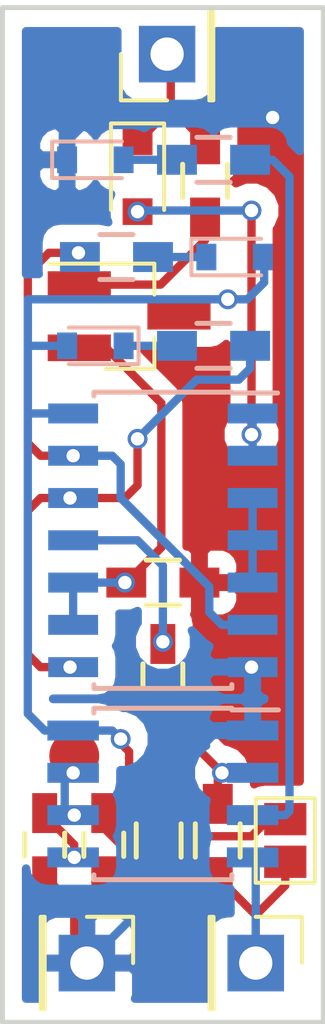
<source format=kicad_pcb>
(kicad_pcb (version 4) (host pcbnew 4.0.4-stable)

  (general
    (links 41)
    (no_connects 0)
    (area 172.644999 105.842999 182.447001 136.473001)
    (thickness 1.6)
    (drawings 4)
    (tracks 187)
    (zones 0)
    (modules 22)
    (nets 19)
  )

  (page A4)
  (layers
    (0 F.Cu signal)
    (31 B.Cu signal)
    (32 B.Adhes user)
    (33 F.Adhes user)
    (34 B.Paste user)
    (35 F.Paste user)
    (36 B.SilkS user)
    (37 F.SilkS user)
    (38 B.Mask user)
    (39 F.Mask user)
    (40 Dwgs.User user)
    (41 Cmts.User user)
    (42 Eco1.User user)
    (43 Eco2.User user)
    (44 Edge.Cuts user)
    (45 Margin user)
    (46 B.CrtYd user)
    (47 F.CrtYd user)
    (48 B.Fab user hide)
    (49 F.Fab user hide)
  )

  (setup
    (last_trace_width 0.25)
    (trace_clearance 0.2)
    (zone_clearance 0.508)
    (zone_45_only no)
    (trace_min 0.2)
    (segment_width 0.2)
    (edge_width 0.15)
    (via_size 0.6)
    (via_drill 0.4)
    (via_min_size 0.4)
    (via_min_drill 0.3)
    (uvia_size 0.3)
    (uvia_drill 0.1)
    (uvias_allowed no)
    (uvia_min_size 0.2)
    (uvia_min_drill 0.1)
    (pcb_text_width 0.3)
    (pcb_text_size 1.5 1.5)
    (mod_edge_width 0.15)
    (mod_text_size 1 1)
    (mod_text_width 0.15)
    (pad_size 1.7 1.7)
    (pad_drill 1)
    (pad_to_mask_clearance 0.2)
    (aux_axis_origin 0 0)
    (visible_elements 7FFFDE7F)
    (pcbplotparams
      (layerselection 0x010f0_80000001)
      (usegerberextensions true)
      (excludeedgelayer true)
      (linewidth 0.100000)
      (plotframeref false)
      (viasonmask false)
      (mode 1)
      (useauxorigin false)
      (hpglpennumber 1)
      (hpglpenspeed 20)
      (hpglpendiameter 15)
      (hpglpenoverlay 2)
      (psnegative false)
      (psa4output false)
      (plotreference true)
      (plotvalue true)
      (plotinvisibletext false)
      (padsonsilk true)
      (subtractmaskfromsilk false)
      (outputformat 1)
      (mirror false)
      (drillshape 0)
      (scaleselection 1)
      (outputdirectory gerbers/))
  )

  (net 0 "")
  (net 1 "Net-(C1-Pad1)")
  (net 2 "Net-(C1-Pad2)")
  (net 3 GND)
  (net 4 "Net-(C2-Pad2)")
  (net 5 "Net-(C3-Pad2)")
  (net 6 "Net-(D1-Pad1)")
  (net 7 "Net-(D1-Pad2)")
  (net 8 "Net-(D2-Pad1)")
  (net 9 VCC)
  (net 10 "Net-(D3-Pad1)")
  (net 11 "Net-(D4-Pad2)")
  (net 12 "Net-(Q1-Pad1)")
  (net 13 "Net-(R3-Pad2)")
  (net 14 "Net-(R6-Pad2)")
  (net 15 "Net-(U1-Pad3)")
  (net 16 "Net-(JP1-Pad1)")
  (net 17 "Net-(R4-Pad2)")
  (net 18 "Net-(Q1-Pad2)")

  (net_class Default "This is the default net class."
    (clearance 0.2)
    (trace_width 0.25)
    (via_dia 0.6)
    (via_drill 0.4)
    (uvia_dia 0.3)
    (uvia_drill 0.1)
    (add_net GND)
    (add_net "Net-(C1-Pad1)")
    (add_net "Net-(C1-Pad2)")
    (add_net "Net-(C2-Pad2)")
    (add_net "Net-(C3-Pad2)")
    (add_net "Net-(D1-Pad1)")
    (add_net "Net-(D1-Pad2)")
    (add_net "Net-(D2-Pad1)")
    (add_net "Net-(D3-Pad1)")
    (add_net "Net-(D4-Pad2)")
    (add_net "Net-(JP1-Pad1)")
    (add_net "Net-(Q1-Pad1)")
    (add_net "Net-(Q1-Pad2)")
    (add_net "Net-(R3-Pad2)")
    (add_net "Net-(R4-Pad2)")
    (add_net "Net-(R6-Pad2)")
    (add_net "Net-(U1-Pad3)")
    (add_net VCC)
  )

  (module Capacitors_SMD:C_0603_HandSoldering (layer F.Cu) (tedit 58C7459B) (tstamp 586C571C)
    (at 177.546 125.984 90)
    (descr "Capacitor SMD 0603, hand soldering")
    (tags "capacitor 0603")
    (path /586C5323)
    (attr smd)
    (fp_text reference C1 (at -0.127 -1.3335 90) (layer F.SilkS) hide
      (effects (font (size 1 1) (thickness 0.15)))
    )
    (fp_text value C_Small (at 0 1.9 90) (layer F.Fab)
      (effects (font (size 1 1) (thickness 0.15)))
    )
    (fp_line (start -0.8 0.4) (end -0.8 -0.4) (layer F.Fab) (width 0.15))
    (fp_line (start 0.8 0.4) (end -0.8 0.4) (layer F.Fab) (width 0.15))
    (fp_line (start 0.8 -0.4) (end 0.8 0.4) (layer F.Fab) (width 0.15))
    (fp_line (start -0.8 -0.4) (end 0.8 -0.4) (layer F.Fab) (width 0.15))
    (fp_line (start -1.85 -0.75) (end 1.85 -0.75) (layer F.CrtYd) (width 0.05))
    (fp_line (start -1.85 0.75) (end 1.85 0.75) (layer F.CrtYd) (width 0.05))
    (fp_line (start -1.85 -0.75) (end -1.85 0.75) (layer F.CrtYd) (width 0.05))
    (fp_line (start 1.85 -0.75) (end 1.85 0.75) (layer F.CrtYd) (width 0.05))
    (fp_line (start -0.35 -0.6) (end 0.35 -0.6) (layer F.SilkS) (width 0.15))
    (fp_line (start 0.35 0.6) (end -0.35 0.6) (layer F.SilkS) (width 0.15))
    (pad 1 smd rect (at -0.95 0 90) (size 1.2 0.75) (layers F.Cu F.Paste F.Mask)
      (net 1 "Net-(C1-Pad1)"))
    (pad 2 smd rect (at 0.95 0 90) (size 1.2 0.75) (layers F.Cu F.Paste F.Mask)
      (net 2 "Net-(C1-Pad2)"))
    (model Capacitors_SMD.3dshapes/C_0603_HandSoldering.wrl
      (at (xyz 0 0 0))
      (scale (xyz 1 1 1))
      (rotate (xyz 0 0 0))
    )
  )

  (module Capacitors_SMD:C_0603_HandSoldering (layer F.Cu) (tedit 58C7457D) (tstamp 586C5722)
    (at 173.99 131.064 90)
    (descr "Capacitor SMD 0603, hand soldering")
    (tags "capacitor 0603")
    (path /586C7470)
    (attr smd)
    (fp_text reference C2 (at 0 -1.9 90) (layer F.SilkS) hide
      (effects (font (size 1 1) (thickness 0.15)))
    )
    (fp_text value C_Small (at 0 1.9 90) (layer F.Fab)
      (effects (font (size 1 1) (thickness 0.15)))
    )
    (fp_line (start -0.8 0.4) (end -0.8 -0.4) (layer F.Fab) (width 0.15))
    (fp_line (start 0.8 0.4) (end -0.8 0.4) (layer F.Fab) (width 0.15))
    (fp_line (start 0.8 -0.4) (end 0.8 0.4) (layer F.Fab) (width 0.15))
    (fp_line (start -0.8 -0.4) (end 0.8 -0.4) (layer F.Fab) (width 0.15))
    (fp_line (start -1.85 -0.75) (end 1.85 -0.75) (layer F.CrtYd) (width 0.05))
    (fp_line (start -1.85 0.75) (end 1.85 0.75) (layer F.CrtYd) (width 0.05))
    (fp_line (start -1.85 -0.75) (end -1.85 0.75) (layer F.CrtYd) (width 0.05))
    (fp_line (start 1.85 -0.75) (end 1.85 0.75) (layer F.CrtYd) (width 0.05))
    (fp_line (start -0.35 -0.6) (end 0.35 -0.6) (layer F.SilkS) (width 0.15))
    (fp_line (start 0.35 0.6) (end -0.35 0.6) (layer F.SilkS) (width 0.15))
    (pad 1 smd rect (at -0.95 0 90) (size 1.2 0.75) (layers F.Cu F.Paste F.Mask)
      (net 3 GND))
    (pad 2 smd rect (at 0.95 0 90) (size 1.2 0.75) (layers F.Cu F.Paste F.Mask)
      (net 4 "Net-(C2-Pad2)"))
    (model Capacitors_SMD.3dshapes/C_0603_HandSoldering.wrl
      (at (xyz 0 0 0))
      (scale (xyz 1 1 1))
      (rotate (xyz 0 0 0))
    )
  )

  (module Capacitors_SMD:C_0603_HandSoldering (layer F.Cu) (tedit 58C74583) (tstamp 586C5728)
    (at 175.768 131.064 90)
    (descr "Capacitor SMD 0603, hand soldering")
    (tags "capacitor 0603")
    (path /586C6D0E)
    (attr smd)
    (fp_text reference C3 (at 0 -1.9 90) (layer F.SilkS) hide
      (effects (font (size 1 1) (thickness 0.15)))
    )
    (fp_text value C_Small (at 0 1.9 90) (layer F.Fab)
      (effects (font (size 1 1) (thickness 0.15)))
    )
    (fp_line (start -0.8 0.4) (end -0.8 -0.4) (layer F.Fab) (width 0.15))
    (fp_line (start 0.8 0.4) (end -0.8 0.4) (layer F.Fab) (width 0.15))
    (fp_line (start 0.8 -0.4) (end 0.8 0.4) (layer F.Fab) (width 0.15))
    (fp_line (start -0.8 -0.4) (end 0.8 -0.4) (layer F.Fab) (width 0.15))
    (fp_line (start -1.85 -0.75) (end 1.85 -0.75) (layer F.CrtYd) (width 0.05))
    (fp_line (start -1.85 0.75) (end 1.85 0.75) (layer F.CrtYd) (width 0.05))
    (fp_line (start -1.85 -0.75) (end -1.85 0.75) (layer F.CrtYd) (width 0.05))
    (fp_line (start 1.85 -0.75) (end 1.85 0.75) (layer F.CrtYd) (width 0.05))
    (fp_line (start -0.35 -0.6) (end 0.35 -0.6) (layer F.SilkS) (width 0.15))
    (fp_line (start 0.35 0.6) (end -0.35 0.6) (layer F.SilkS) (width 0.15))
    (pad 1 smd rect (at -0.95 0 90) (size 1.2 0.75) (layers F.Cu F.Paste F.Mask)
      (net 3 GND))
    (pad 2 smd rect (at 0.95 0 90) (size 1.2 0.75) (layers F.Cu F.Paste F.Mask)
      (net 5 "Net-(C3-Pad2)"))
    (model Capacitors_SMD.3dshapes/C_0603_HandSoldering.wrl
      (at (xyz 0 0 0))
      (scale (xyz 1 1 1))
      (rotate (xyz 0 0 0))
    )
  )

  (module Diodes_SMD:D_0805 (layer F.Cu) (tedit 58C745C3) (tstamp 586C572E)
    (at 176.784 110.998 270)
    (descr "Diode SMD in 0805 package")
    (tags "smd diode")
    (path /586C5753)
    (attr smd)
    (fp_text reference D1 (at 0 1.6 270) (layer F.SilkS) hide
      (effects (font (size 1 1) (thickness 0.15)))
    )
    (fp_text value D (at 0 -1.6 270) (layer F.Fab)
      (effects (font (size 1 1) (thickness 0.15)))
    )
    (fp_line (start -1.6 -0.8) (end -1.6 0.8) (layer F.SilkS) (width 0.12))
    (fp_line (start -1.7 0.88) (end -1.7 -0.88) (layer F.CrtYd) (width 0.05))
    (fp_line (start 1.7 0.88) (end -1.7 0.88) (layer F.CrtYd) (width 0.05))
    (fp_line (start 1.7 -0.88) (end 1.7 0.88) (layer F.CrtYd) (width 0.05))
    (fp_line (start -1.7 -0.88) (end 1.7 -0.88) (layer F.CrtYd) (width 0.05))
    (fp_line (start 0.2 0) (end 0.4 0) (layer F.Fab) (width 0.1))
    (fp_line (start -0.1 0) (end -0.3 0) (layer F.Fab) (width 0.1))
    (fp_line (start -0.1 -0.2) (end -0.1 0.2) (layer F.Fab) (width 0.1))
    (fp_line (start 0.2 0.2) (end 0.2 -0.2) (layer F.Fab) (width 0.1))
    (fp_line (start -0.1 0) (end 0.2 0.2) (layer F.Fab) (width 0.1))
    (fp_line (start 0.2 -0.2) (end -0.1 0) (layer F.Fab) (width 0.1))
    (fp_line (start -1 0.625) (end -1 -0.625) (layer F.Fab) (width 0.12))
    (fp_line (start 1 0.625) (end -1 0.625) (layer F.Fab) (width 0.12))
    (fp_line (start 1 -0.625) (end 1 0.625) (layer F.Fab) (width 0.12))
    (fp_line (start -1 -0.625) (end 1 -0.625) (layer F.Fab) (width 0.12))
    (fp_line (start -1.6 0.8) (end 1 0.8) (layer F.SilkS) (width 0.12))
    (fp_line (start -1.6 -0.8) (end 1 -0.8) (layer F.SilkS) (width 0.12))
    (pad 1 smd rect (at -1.05 0 270) (size 0.8 0.9) (layers F.Cu F.Paste F.Mask)
      (net 6 "Net-(D1-Pad1)"))
    (pad 2 smd rect (at 1.05 0 270) (size 0.8 0.9) (layers F.Cu F.Paste F.Mask)
      (net 7 "Net-(D1-Pad2)"))
  )

  (module Diodes_SMD:D_0603 (layer B.Cu) (tedit 58C745A7) (tstamp 586C5734)
    (at 175.514 116.078 180)
    (descr "Diode SMD in 0603 package")
    (tags "smd diode")
    (path /586C6508)
    (attr smd)
    (fp_text reference D2 (at 0 -1.5 180) (layer B.SilkS) hide
      (effects (font (size 1 1) (thickness 0.15)) (justify mirror))
    )
    (fp_text value LED (at 0 1.5 180) (layer B.Fab)
      (effects (font (size 1 1) (thickness 0.15)) (justify mirror))
    )
    (fp_line (start -1.3 0.55) (end -1.3 -0.55) (layer B.SilkS) (width 0.12))
    (fp_line (start 1.4 -0.65) (end 1.4 0.65) (layer B.CrtYd) (width 0.05))
    (fp_line (start -1.4 -0.65) (end 1.4 -0.65) (layer B.CrtYd) (width 0.05))
    (fp_line (start -1.4 0.65) (end -1.4 -0.65) (layer B.CrtYd) (width 0.05))
    (fp_line (start 1.4 0.65) (end -1.4 0.65) (layer B.CrtYd) (width 0.05))
    (fp_line (start 0.2 0) (end 0.4 0) (layer B.Fab) (width 0.1))
    (fp_line (start -0.1 0) (end -0.3 0) (layer B.Fab) (width 0.1))
    (fp_line (start -0.1 0.2) (end -0.1 -0.2) (layer B.Fab) (width 0.1))
    (fp_line (start 0.2 -0.2) (end 0.2 0.2) (layer B.Fab) (width 0.1))
    (fp_line (start -0.1 0) (end 0.2 -0.2) (layer B.Fab) (width 0.1))
    (fp_line (start 0.2 0.2) (end -0.1 0) (layer B.Fab) (width 0.1))
    (fp_line (start -0.8 -0.4) (end -0.8 0.4) (layer B.Fab) (width 0.1))
    (fp_line (start 0.8 -0.4) (end -0.8 -0.4) (layer B.Fab) (width 0.1))
    (fp_line (start 0.8 0.4) (end 0.8 -0.4) (layer B.Fab) (width 0.1))
    (fp_line (start -0.8 0.4) (end 0.8 0.4) (layer B.Fab) (width 0.1))
    (fp_line (start -1.3 -0.55) (end 0.8 -0.55) (layer B.SilkS) (width 0.12))
    (fp_line (start -1.3 0.55) (end 0.8 0.55) (layer B.SilkS) (width 0.12))
    (pad 1 smd rect (at -0.85 0 180) (size 0.6 0.8) (layers B.Cu B.Paste B.Mask)
      (net 8 "Net-(D2-Pad1)"))
    (pad 2 smd rect (at 0.85 0 180) (size 0.6 0.8) (layers B.Cu B.Paste B.Mask)
      (net 9 VCC))
  )

  (module Diodes_SMD:D_0603 (layer B.Cu) (tedit 58C745C0) (tstamp 586C573A)
    (at 179.705 113.411)
    (descr "Diode SMD in 0603 package")
    (tags "smd diode")
    (path /586C6597)
    (attr smd)
    (fp_text reference D3 (at 0 -1.5) (layer B.SilkS) hide
      (effects (font (size 1 1) (thickness 0.15)) (justify mirror))
    )
    (fp_text value LED (at 0 1.5) (layer B.Fab)
      (effects (font (size 1 1) (thickness 0.15)) (justify mirror))
    )
    (fp_line (start -1.3 0.55) (end -1.3 -0.55) (layer B.SilkS) (width 0.12))
    (fp_line (start 1.4 -0.65) (end 1.4 0.65) (layer B.CrtYd) (width 0.05))
    (fp_line (start -1.4 -0.65) (end 1.4 -0.65) (layer B.CrtYd) (width 0.05))
    (fp_line (start -1.4 0.65) (end -1.4 -0.65) (layer B.CrtYd) (width 0.05))
    (fp_line (start 1.4 0.65) (end -1.4 0.65) (layer B.CrtYd) (width 0.05))
    (fp_line (start 0.2 0) (end 0.4 0) (layer B.Fab) (width 0.1))
    (fp_line (start -0.1 0) (end -0.3 0) (layer B.Fab) (width 0.1))
    (fp_line (start -0.1 0.2) (end -0.1 -0.2) (layer B.Fab) (width 0.1))
    (fp_line (start 0.2 -0.2) (end 0.2 0.2) (layer B.Fab) (width 0.1))
    (fp_line (start -0.1 0) (end 0.2 -0.2) (layer B.Fab) (width 0.1))
    (fp_line (start 0.2 0.2) (end -0.1 0) (layer B.Fab) (width 0.1))
    (fp_line (start -0.8 -0.4) (end -0.8 0.4) (layer B.Fab) (width 0.1))
    (fp_line (start 0.8 -0.4) (end -0.8 -0.4) (layer B.Fab) (width 0.1))
    (fp_line (start 0.8 0.4) (end 0.8 -0.4) (layer B.Fab) (width 0.1))
    (fp_line (start -0.8 0.4) (end 0.8 0.4) (layer B.Fab) (width 0.1))
    (fp_line (start -1.3 -0.55) (end 0.8 -0.55) (layer B.SilkS) (width 0.12))
    (fp_line (start -1.3 0.55) (end 0.8 0.55) (layer B.SilkS) (width 0.12))
    (pad 1 smd rect (at -0.85 0) (size 0.6 0.8) (layers B.Cu B.Paste B.Mask)
      (net 10 "Net-(D3-Pad1)"))
    (pad 2 smd rect (at 0.85 0) (size 0.6 0.8) (layers B.Cu B.Paste B.Mask)
      (net 9 VCC))
  )

  (module Diodes_SMD:D_0603 (layer B.Cu) (tedit 58C745CC) (tstamp 586C5740)
    (at 175.514 110.49)
    (descr "Diode SMD in 0603 package")
    (tags "smd diode")
    (path /586C6C63)
    (attr smd)
    (fp_text reference D4 (at 0 -1.5) (layer B.SilkS) hide
      (effects (font (size 1 1) (thickness 0.15)) (justify mirror))
    )
    (fp_text value LED (at 0 1.5) (layer B.Fab)
      (effects (font (size 1 1) (thickness 0.15)) (justify mirror))
    )
    (fp_line (start -1.3 0.55) (end -1.3 -0.55) (layer B.SilkS) (width 0.12))
    (fp_line (start 1.4 -0.65) (end 1.4 0.65) (layer B.CrtYd) (width 0.05))
    (fp_line (start -1.4 -0.65) (end 1.4 -0.65) (layer B.CrtYd) (width 0.05))
    (fp_line (start -1.4 0.65) (end -1.4 -0.65) (layer B.CrtYd) (width 0.05))
    (fp_line (start 1.4 0.65) (end -1.4 0.65) (layer B.CrtYd) (width 0.05))
    (fp_line (start 0.2 0) (end 0.4 0) (layer B.Fab) (width 0.1))
    (fp_line (start -0.1 0) (end -0.3 0) (layer B.Fab) (width 0.1))
    (fp_line (start -0.1 0.2) (end -0.1 -0.2) (layer B.Fab) (width 0.1))
    (fp_line (start 0.2 -0.2) (end 0.2 0.2) (layer B.Fab) (width 0.1))
    (fp_line (start -0.1 0) (end 0.2 -0.2) (layer B.Fab) (width 0.1))
    (fp_line (start 0.2 0.2) (end -0.1 0) (layer B.Fab) (width 0.1))
    (fp_line (start -0.8 -0.4) (end -0.8 0.4) (layer B.Fab) (width 0.1))
    (fp_line (start 0.8 -0.4) (end -0.8 -0.4) (layer B.Fab) (width 0.1))
    (fp_line (start 0.8 0.4) (end 0.8 -0.4) (layer B.Fab) (width 0.1))
    (fp_line (start -0.8 0.4) (end 0.8 0.4) (layer B.Fab) (width 0.1))
    (fp_line (start -1.3 -0.55) (end 0.8 -0.55) (layer B.SilkS) (width 0.12))
    (fp_line (start -1.3 0.55) (end 0.8 0.55) (layer B.SilkS) (width 0.12))
    (pad 1 smd rect (at -0.85 0) (size 0.6 0.8) (layers B.Cu B.Paste B.Mask)
      (net 3 GND))
    (pad 2 smd rect (at 0.85 0) (size 0.6 0.8) (layers B.Cu B.Paste B.Mask)
      (net 11 "Net-(D4-Pad2)"))
  )

  (module TO_SOT_Packages_SMD:SOT-23_Handsoldering (layer F.Cu) (tedit 58C745BA) (tstamp 586C5747)
    (at 176.53 115.189)
    (descr "SOT-23, Handsoldering")
    (tags SOT-23)
    (path /58BC04B5)
    (attr smd)
    (fp_text reference Q1 (at 0 -2.5) (layer F.SilkS) hide
      (effects (font (size 1 1) (thickness 0.15)))
    )
    (fp_text value Q_NPN_BEC (at 0 2.5) (layer F.Fab)
      (effects (font (size 1 1) (thickness 0.15)))
    )
    (fp_line (start 0.76 1.58) (end 0.76 0.65) (layer F.SilkS) (width 0.12))
    (fp_line (start 0.76 -1.58) (end 0.76 -0.65) (layer F.SilkS) (width 0.12))
    (fp_line (start 0.7 -1.52) (end 0.7 1.52) (layer F.Fab) (width 0.15))
    (fp_line (start -0.7 1.52) (end 0.7 1.52) (layer F.Fab) (width 0.15))
    (fp_line (start -2.7 -1.75) (end 2.7 -1.75) (layer F.CrtYd) (width 0.05))
    (fp_line (start 2.7 -1.75) (end 2.7 1.75) (layer F.CrtYd) (width 0.05))
    (fp_line (start 2.7 1.75) (end -2.7 1.75) (layer F.CrtYd) (width 0.05))
    (fp_line (start -2.7 1.75) (end -2.7 -1.75) (layer F.CrtYd) (width 0.05))
    (fp_line (start 0.76 -1.58) (end -2.4 -1.58) (layer F.SilkS) (width 0.12))
    (fp_line (start -0.7 -1.52) (end 0.7 -1.52) (layer F.Fab) (width 0.15))
    (fp_line (start -0.7 -1.52) (end -0.7 1.52) (layer F.Fab) (width 0.15))
    (fp_line (start 0.76 1.58) (end -0.7 1.58) (layer F.SilkS) (width 0.12))
    (pad 1 smd rect (at -1.5 -0.95) (size 1.9 0.8) (layers F.Cu F.Paste F.Mask)
      (net 12 "Net-(Q1-Pad1)"))
    (pad 2 smd rect (at -1.5 0.95) (size 1.9 0.8) (layers F.Cu F.Paste F.Mask)
      (net 18 "Net-(Q1-Pad2)"))
    (pad 3 smd rect (at 1.5 0) (size 1.9 0.8) (layers F.Cu F.Paste F.Mask)
      (net 9 VCC))
    (model TO_SOT_Packages_SMD.3dshapes/SOT-23.wrl
      (at (xyz 0 0 0))
      (scale (xyz 1 1 1))
      (rotate (xyz 0 0 90))
    )
  )

  (module Resistors_SMD:R_0603_HandSoldering (layer F.Cu) (tedit 58C745C7) (tstamp 586C574D)
    (at 178.816 111.125 90)
    (descr "Resistor SMD 0603, hand soldering")
    (tags "resistor 0603")
    (path /586C597A)
    (attr smd)
    (fp_text reference R1 (at 0 -1.9 90) (layer F.SilkS) hide
      (effects (font (size 1 1) (thickness 0.15)))
    )
    (fp_text value R_Small (at 0 1.9 90) (layer F.Fab)
      (effects (font (size 1 1) (thickness 0.15)))
    )
    (fp_line (start -0.8 0.4) (end -0.8 -0.4) (layer F.Fab) (width 0.1))
    (fp_line (start 0.8 0.4) (end -0.8 0.4) (layer F.Fab) (width 0.1))
    (fp_line (start 0.8 -0.4) (end 0.8 0.4) (layer F.Fab) (width 0.1))
    (fp_line (start -0.8 -0.4) (end 0.8 -0.4) (layer F.Fab) (width 0.1))
    (fp_line (start -2 -0.8) (end 2 -0.8) (layer F.CrtYd) (width 0.05))
    (fp_line (start -2 0.8) (end 2 0.8) (layer F.CrtYd) (width 0.05))
    (fp_line (start -2 -0.8) (end -2 0.8) (layer F.CrtYd) (width 0.05))
    (fp_line (start 2 -0.8) (end 2 0.8) (layer F.CrtYd) (width 0.05))
    (fp_line (start 0.5 0.675) (end -0.5 0.675) (layer F.SilkS) (width 0.15))
    (fp_line (start -0.5 -0.675) (end 0.5 -0.675) (layer F.SilkS) (width 0.15))
    (pad 1 smd rect (at -1.1 0 90) (size 1.2 0.9) (layers F.Cu F.Paste F.Mask)
      (net 12 "Net-(Q1-Pad1)"))
    (pad 2 smd rect (at 1.1 0 90) (size 1.2 0.9) (layers F.Cu F.Paste F.Mask)
      (net 6 "Net-(D1-Pad1)"))
    (model Resistors_SMD.3dshapes/R_0603_HandSoldering.wrl
      (at (xyz 0 0 0))
      (scale (xyz 1 1 1))
      (rotate (xyz 0 0 0))
    )
  )

  (module Resistors_SMD:R_0603_HandSoldering (layer F.Cu) (tedit 58C7459D) (tstamp 586C5753)
    (at 177.546 123.19 180)
    (descr "Resistor SMD 0603, hand soldering")
    (tags "resistor 0603")
    (path /586C5A70)
    (attr smd)
    (fp_text reference R2 (at 0 1.524 180) (layer F.SilkS) hide
      (effects (font (size 1 1) (thickness 0.15)))
    )
    (fp_text value R_Small (at 0 1.9 180) (layer F.Fab)
      (effects (font (size 1 1) (thickness 0.15)))
    )
    (fp_line (start -0.8 0.4) (end -0.8 -0.4) (layer F.Fab) (width 0.1))
    (fp_line (start 0.8 0.4) (end -0.8 0.4) (layer F.Fab) (width 0.1))
    (fp_line (start 0.8 -0.4) (end 0.8 0.4) (layer F.Fab) (width 0.1))
    (fp_line (start -0.8 -0.4) (end 0.8 -0.4) (layer F.Fab) (width 0.1))
    (fp_line (start -2 -0.8) (end 2 -0.8) (layer F.CrtYd) (width 0.05))
    (fp_line (start -2 0.8) (end 2 0.8) (layer F.CrtYd) (width 0.05))
    (fp_line (start -2 -0.8) (end -2 0.8) (layer F.CrtYd) (width 0.05))
    (fp_line (start 2 -0.8) (end 2 0.8) (layer F.CrtYd) (width 0.05))
    (fp_line (start 0.5 0.675) (end -0.5 0.675) (layer F.SilkS) (width 0.15))
    (fp_line (start -0.5 -0.675) (end 0.5 -0.675) (layer F.SilkS) (width 0.15))
    (pad 1 smd rect (at -1.1 0 180) (size 1.2 0.9) (layers F.Cu F.Paste F.Mask)
      (net 3 GND))
    (pad 2 smd rect (at 1.1 0 180) (size 1.2 0.9) (layers F.Cu F.Paste F.Mask)
      (net 18 "Net-(Q1-Pad2)"))
    (model Resistors_SMD.3dshapes/R_0603_HandSoldering.wrl
      (at (xyz 0 0 0))
      (scale (xyz 1 1 1))
      (rotate (xyz 0 0 0))
    )
  )

  (module Resistors_SMD:R_0603_HandSoldering (layer B.Cu) (tedit 58C745AA) (tstamp 586C5759)
    (at 179.07 116.078)
    (descr "Resistor SMD 0603, hand soldering")
    (tags "resistor 0603")
    (path /586C6494)
    (attr smd)
    (fp_text reference R3 (at 0 1.9) (layer B.SilkS) hide
      (effects (font (size 1 1) (thickness 0.15)) (justify mirror))
    )
    (fp_text value R_Small (at 0 -1.9) (layer B.Fab)
      (effects (font (size 1 1) (thickness 0.15)) (justify mirror))
    )
    (fp_line (start -0.8 -0.4) (end -0.8 0.4) (layer B.Fab) (width 0.1))
    (fp_line (start 0.8 -0.4) (end -0.8 -0.4) (layer B.Fab) (width 0.1))
    (fp_line (start 0.8 0.4) (end 0.8 -0.4) (layer B.Fab) (width 0.1))
    (fp_line (start -0.8 0.4) (end 0.8 0.4) (layer B.Fab) (width 0.1))
    (fp_line (start -2 0.8) (end 2 0.8) (layer B.CrtYd) (width 0.05))
    (fp_line (start -2 -0.8) (end 2 -0.8) (layer B.CrtYd) (width 0.05))
    (fp_line (start -2 0.8) (end -2 -0.8) (layer B.CrtYd) (width 0.05))
    (fp_line (start 2 0.8) (end 2 -0.8) (layer B.CrtYd) (width 0.05))
    (fp_line (start 0.5 -0.675) (end -0.5 -0.675) (layer B.SilkS) (width 0.15))
    (fp_line (start -0.5 0.675) (end 0.5 0.675) (layer B.SilkS) (width 0.15))
    (pad 1 smd rect (at -1.1 0) (size 1.2 0.9) (layers B.Cu B.Paste B.Mask)
      (net 8 "Net-(D2-Pad1)"))
    (pad 2 smd rect (at 1.1 0) (size 1.2 0.9) (layers B.Cu B.Paste B.Mask)
      (net 13 "Net-(R3-Pad2)"))
    (model Resistors_SMD.3dshapes/R_0603_HandSoldering.wrl
      (at (xyz 0 0 0))
      (scale (xyz 1 1 1))
      (rotate (xyz 0 0 0))
    )
  )

  (module Resistors_SMD:R_0603_HandSoldering (layer B.Cu) (tedit 58C745B4) (tstamp 586C575F)
    (at 176.149 113.411 180)
    (descr "Resistor SMD 0603, hand soldering")
    (tags "resistor 0603")
    (path /586C64D8)
    (attr smd)
    (fp_text reference R4 (at 0 1.9 180) (layer B.SilkS) hide
      (effects (font (size 1 1) (thickness 0.15)) (justify mirror))
    )
    (fp_text value R_Small (at 0 -1.9 180) (layer B.Fab)
      (effects (font (size 1 1) (thickness 0.15)) (justify mirror))
    )
    (fp_line (start -0.8 -0.4) (end -0.8 0.4) (layer B.Fab) (width 0.1))
    (fp_line (start 0.8 -0.4) (end -0.8 -0.4) (layer B.Fab) (width 0.1))
    (fp_line (start 0.8 0.4) (end 0.8 -0.4) (layer B.Fab) (width 0.1))
    (fp_line (start -0.8 0.4) (end 0.8 0.4) (layer B.Fab) (width 0.1))
    (fp_line (start -2 0.8) (end 2 0.8) (layer B.CrtYd) (width 0.05))
    (fp_line (start -2 -0.8) (end 2 -0.8) (layer B.CrtYd) (width 0.05))
    (fp_line (start -2 0.8) (end -2 -0.8) (layer B.CrtYd) (width 0.05))
    (fp_line (start 2 0.8) (end 2 -0.8) (layer B.CrtYd) (width 0.05))
    (fp_line (start 0.5 -0.675) (end -0.5 -0.675) (layer B.SilkS) (width 0.15))
    (fp_line (start -0.5 0.675) (end 0.5 0.675) (layer B.SilkS) (width 0.15))
    (pad 1 smd rect (at -1.1 0 180) (size 1.2 0.9) (layers B.Cu B.Paste B.Mask)
      (net 10 "Net-(D3-Pad1)"))
    (pad 2 smd rect (at 1.1 0 180) (size 1.2 0.9) (layers B.Cu B.Paste B.Mask)
      (net 17 "Net-(R4-Pad2)"))
    (model Resistors_SMD.3dshapes/R_0603_HandSoldering.wrl
      (at (xyz 0 0 0))
      (scale (xyz 1 1 1))
      (rotate (xyz 0 0 0))
    )
  )

  (module Resistors_SMD:R_0603_HandSoldering (layer F.Cu) (tedit 58C7458D) (tstamp 586C5765)
    (at 179.197 130.937 90)
    (descr "Resistor SMD 0603, hand soldering")
    (tags "resistor 0603")
    (path /586C59C2)
    (attr smd)
    (fp_text reference R5 (at 0 -1.9 90) (layer F.SilkS) hide
      (effects (font (size 1 1) (thickness 0.15)))
    )
    (fp_text value R_Small (at 0 1.9 90) (layer F.Fab)
      (effects (font (size 1 1) (thickness 0.15)))
    )
    (fp_line (start -0.8 0.4) (end -0.8 -0.4) (layer F.Fab) (width 0.1))
    (fp_line (start 0.8 0.4) (end -0.8 0.4) (layer F.Fab) (width 0.1))
    (fp_line (start 0.8 -0.4) (end 0.8 0.4) (layer F.Fab) (width 0.1))
    (fp_line (start -0.8 -0.4) (end 0.8 -0.4) (layer F.Fab) (width 0.1))
    (fp_line (start -2 -0.8) (end 2 -0.8) (layer F.CrtYd) (width 0.05))
    (fp_line (start -2 0.8) (end 2 0.8) (layer F.CrtYd) (width 0.05))
    (fp_line (start -2 -0.8) (end -2 0.8) (layer F.CrtYd) (width 0.05))
    (fp_line (start 2 -0.8) (end 2 0.8) (layer F.CrtYd) (width 0.05))
    (fp_line (start 0.5 0.675) (end -0.5 0.675) (layer F.SilkS) (width 0.15))
    (fp_line (start -0.5 -0.675) (end 0.5 -0.675) (layer F.SilkS) (width 0.15))
    (pad 1 smd rect (at -1.1 0 90) (size 1.2 0.9) (layers F.Cu F.Paste F.Mask)
      (net 9 VCC))
    (pad 2 smd rect (at 1.1 0 90) (size 1.2 0.9) (layers F.Cu F.Paste F.Mask)
      (net 1 "Net-(C1-Pad1)"))
    (model Resistors_SMD.3dshapes/R_0603_HandSoldering.wrl
      (at (xyz 0 0 0))
      (scale (xyz 1 1 1))
      (rotate (xyz 0 0 0))
    )
  )

  (module Resistors_SMD:R_0603_HandSoldering (layer B.Cu) (tedit 58C745BD) (tstamp 586C576B)
    (at 179.07 110.49)
    (descr "Resistor SMD 0603, hand soldering")
    (tags "resistor 0603")
    (path /586C6C08)
    (attr smd)
    (fp_text reference R6 (at 0 1.9) (layer B.SilkS) hide
      (effects (font (size 1 1) (thickness 0.15)) (justify mirror))
    )
    (fp_text value R_Small (at 0 -1.9) (layer B.Fab)
      (effects (font (size 1 1) (thickness 0.15)) (justify mirror))
    )
    (fp_line (start -0.8 -0.4) (end -0.8 0.4) (layer B.Fab) (width 0.1))
    (fp_line (start 0.8 -0.4) (end -0.8 -0.4) (layer B.Fab) (width 0.1))
    (fp_line (start 0.8 0.4) (end 0.8 -0.4) (layer B.Fab) (width 0.1))
    (fp_line (start -0.8 0.4) (end 0.8 0.4) (layer B.Fab) (width 0.1))
    (fp_line (start -2 0.8) (end 2 0.8) (layer B.CrtYd) (width 0.05))
    (fp_line (start -2 -0.8) (end 2 -0.8) (layer B.CrtYd) (width 0.05))
    (fp_line (start -2 0.8) (end -2 -0.8) (layer B.CrtYd) (width 0.05))
    (fp_line (start 2 0.8) (end 2 -0.8) (layer B.CrtYd) (width 0.05))
    (fp_line (start 0.5 -0.675) (end -0.5 -0.675) (layer B.SilkS) (width 0.15))
    (fp_line (start -0.5 0.675) (end 0.5 0.675) (layer B.SilkS) (width 0.15))
    (pad 1 smd rect (at -1.1 0) (size 1.2 0.9) (layers B.Cu B.Paste B.Mask)
      (net 11 "Net-(D4-Pad2)"))
    (pad 2 smd rect (at 1.1 0) (size 1.2 0.9) (layers B.Cu B.Paste B.Mask)
      (net 14 "Net-(R6-Pad2)"))
    (model Resistors_SMD.3dshapes/R_0603_HandSoldering.wrl
      (at (xyz 0 0 0))
      (scale (xyz 1 1 1))
      (rotate (xyz 0 0 0))
    )
  )

  (module Resistors_SMD:R_0603_HandSoldering (layer F.Cu) (tedit 58C74591) (tstamp 586C5771)
    (at 177.419 130.937 270)
    (descr "Resistor SMD 0603, hand soldering")
    (tags "resistor 0603")
    (path /586C6DB7)
    (attr smd)
    (fp_text reference R7 (at 0 -1.9 270) (layer F.SilkS) hide
      (effects (font (size 1 1) (thickness 0.15)))
    )
    (fp_text value R_Small (at 0 1.9 270) (layer F.Fab)
      (effects (font (size 1 1) (thickness 0.15)))
    )
    (fp_line (start -0.8 0.4) (end -0.8 -0.4) (layer F.Fab) (width 0.1))
    (fp_line (start 0.8 0.4) (end -0.8 0.4) (layer F.Fab) (width 0.1))
    (fp_line (start 0.8 -0.4) (end 0.8 0.4) (layer F.Fab) (width 0.1))
    (fp_line (start -0.8 -0.4) (end 0.8 -0.4) (layer F.Fab) (width 0.1))
    (fp_line (start -2 -0.8) (end 2 -0.8) (layer F.CrtYd) (width 0.05))
    (fp_line (start -2 0.8) (end 2 0.8) (layer F.CrtYd) (width 0.05))
    (fp_line (start -2 -0.8) (end -2 0.8) (layer F.CrtYd) (width 0.05))
    (fp_line (start 2 -0.8) (end 2 0.8) (layer F.CrtYd) (width 0.05))
    (fp_line (start 0.5 0.675) (end -0.5 0.675) (layer F.SilkS) (width 0.15))
    (fp_line (start -0.5 -0.675) (end 0.5 -0.675) (layer F.SilkS) (width 0.15))
    (pad 1 smd rect (at -1.1 0 270) (size 1.2 0.9) (layers F.Cu F.Paste F.Mask)
      (net 16 "Net-(JP1-Pad1)"))
    (pad 2 smd rect (at 1.1 0 270) (size 1.2 0.9) (layers F.Cu F.Paste F.Mask)
      (net 5 "Net-(C3-Pad2)"))
    (model Resistors_SMD.3dshapes/R_0603_HandSoldering.wrl
      (at (xyz 0 0 0))
      (scale (xyz 1 1 1))
      (rotate (xyz 0 0 0))
    )
  )

  (module Housings_SOIC:SOIC-14_3.9x8.7mm_Pitch1.27mm (layer B.Cu) (tedit 58C745AD) (tstamp 586C5783)
    (at 177.546 121.92 180)
    (descr "14-Lead Plastic Small Outline (SL) - Narrow, 3.90 mm Body [SOIC] (see Microchip Packaging Specification 00000049BS.pdf)")
    (tags "SOIC 1.27")
    (path /586C50C9)
    (attr smd)
    (fp_text reference U1 (at 0 5.375 180) (layer B.SilkS) hide
      (effects (font (size 1 1) (thickness 0.15)) (justify mirror))
    )
    (fp_text value 7400 (at 0 -5.375 180) (layer B.Fab)
      (effects (font (size 1 1) (thickness 0.15)) (justify mirror))
    )
    (fp_line (start -0.95 4.35) (end 1.95 4.35) (layer B.Fab) (width 0.15))
    (fp_line (start 1.95 4.35) (end 1.95 -4.35) (layer B.Fab) (width 0.15))
    (fp_line (start 1.95 -4.35) (end -1.95 -4.35) (layer B.Fab) (width 0.15))
    (fp_line (start -1.95 -4.35) (end -1.95 3.35) (layer B.Fab) (width 0.15))
    (fp_line (start -1.95 3.35) (end -0.95 4.35) (layer B.Fab) (width 0.15))
    (fp_line (start -3.7 4.65) (end -3.7 -4.65) (layer B.CrtYd) (width 0.05))
    (fp_line (start 3.7 4.65) (end 3.7 -4.65) (layer B.CrtYd) (width 0.05))
    (fp_line (start -3.7 4.65) (end 3.7 4.65) (layer B.CrtYd) (width 0.05))
    (fp_line (start -3.7 -4.65) (end 3.7 -4.65) (layer B.CrtYd) (width 0.05))
    (fp_line (start -2.075 4.45) (end -2.075 4.425) (layer B.SilkS) (width 0.15))
    (fp_line (start 2.075 4.45) (end 2.075 4.335) (layer B.SilkS) (width 0.15))
    (fp_line (start 2.075 -4.45) (end 2.075 -4.335) (layer B.SilkS) (width 0.15))
    (fp_line (start -2.075 -4.45) (end -2.075 -4.335) (layer B.SilkS) (width 0.15))
    (fp_line (start -2.075 4.45) (end 2.075 4.45) (layer B.SilkS) (width 0.15))
    (fp_line (start -2.075 -4.45) (end 2.075 -4.45) (layer B.SilkS) (width 0.15))
    (fp_line (start -2.075 4.425) (end -3.45 4.425) (layer B.SilkS) (width 0.15))
    (pad 1 smd rect (at -2.7 3.81 180) (size 1.5 0.6) (layers B.Cu B.Paste B.Mask)
      (net 7 "Net-(D1-Pad2)"))
    (pad 2 smd rect (at -2.7 2.54 180) (size 1.5 0.6) (layers B.Cu B.Paste B.Mask)
      (net 7 "Net-(D1-Pad2)"))
    (pad 3 smd rect (at -2.7 1.27 180) (size 1.5 0.6) (layers B.Cu B.Paste B.Mask)
      (net 15 "Net-(U1-Pad3)"))
    (pad 4 smd rect (at -2.7 0 180) (size 1.5 0.6) (layers B.Cu B.Paste B.Mask)
      (net 15 "Net-(U1-Pad3)"))
    (pad 5 smd rect (at -2.7 -1.27 180) (size 1.5 0.6) (layers B.Cu B.Paste B.Mask)
      (net 15 "Net-(U1-Pad3)"))
    (pad 6 smd rect (at -2.7 -2.54 180) (size 1.5 0.6) (layers B.Cu B.Paste B.Mask)
      (net 17 "Net-(R4-Pad2)"))
    (pad 7 smd rect (at -2.7 -3.81 180) (size 1.5 0.6) (layers B.Cu B.Paste B.Mask)
      (net 3 GND))
    (pad 8 smd rect (at 2.7 -3.81 180) (size 1.5 0.6) (layers B.Cu B.Paste B.Mask)
      (net 13 "Net-(R3-Pad2)"))
    (pad 9 smd rect (at 2.7 -2.54 180) (size 1.5 0.6) (layers B.Cu B.Paste B.Mask)
      (net 18 "Net-(Q1-Pad2)"))
    (pad 10 smd rect (at 2.7 -1.27 180) (size 1.5 0.6) (layers B.Cu B.Paste B.Mask)
      (net 18 "Net-(Q1-Pad2)"))
    (pad 11 smd rect (at 2.7 0 180) (size 1.5 0.6) (layers B.Cu B.Paste B.Mask)
      (net 2 "Net-(C1-Pad2)"))
    (pad 12 smd rect (at 2.7 1.27 180) (size 1.5 0.6) (layers B.Cu B.Paste B.Mask)
      (net 13 "Net-(R3-Pad2)"))
    (pad 13 smd rect (at 2.7 2.54 180) (size 1.5 0.6) (layers B.Cu B.Paste B.Mask)
      (net 17 "Net-(R4-Pad2)"))
    (pad 14 smd rect (at 2.7 3.81 180) (size 1.5 0.6) (layers B.Cu B.Paste B.Mask)
      (net 9 VCC))
    (model Housings_SOIC.3dshapes/SOIC-14_3.9x8.7mm_Pitch1.27mm.wrl
      (at (xyz 0 0 0))
      (scale (xyz 1 1 1))
      (rotate (xyz 0 0 0))
    )
  )

  (module Housings_SOIC:SOIC-8_3.9x4.9mm_Pitch1.27mm (layer B.Cu) (tedit 58C745A2) (tstamp 586C578F)
    (at 177.546 129.54 180)
    (descr "8-Lead Plastic Small Outline (SN) - Narrow, 3.90 mm Body [SOIC] (see Microchip Packaging Specification 00000049BS.pdf)")
    (tags "SOIC 1.27")
    (path /586C68B4)
    (attr smd)
    (fp_text reference U2 (at 0 3.5 180) (layer B.SilkS) hide
      (effects (font (size 1 1) (thickness 0.15)) (justify mirror))
    )
    (fp_text value NE555 (at 0 -3.5 180) (layer B.Fab)
      (effects (font (size 1 1) (thickness 0.15)) (justify mirror))
    )
    (fp_line (start -0.95 2.45) (end 1.95 2.45) (layer B.Fab) (width 0.15))
    (fp_line (start 1.95 2.45) (end 1.95 -2.45) (layer B.Fab) (width 0.15))
    (fp_line (start 1.95 -2.45) (end -1.95 -2.45) (layer B.Fab) (width 0.15))
    (fp_line (start -1.95 -2.45) (end -1.95 1.45) (layer B.Fab) (width 0.15))
    (fp_line (start -1.95 1.45) (end -0.95 2.45) (layer B.Fab) (width 0.15))
    (fp_line (start -3.75 2.75) (end -3.75 -2.75) (layer B.CrtYd) (width 0.05))
    (fp_line (start 3.75 2.75) (end 3.75 -2.75) (layer B.CrtYd) (width 0.05))
    (fp_line (start -3.75 2.75) (end 3.75 2.75) (layer B.CrtYd) (width 0.05))
    (fp_line (start -3.75 -2.75) (end 3.75 -2.75) (layer B.CrtYd) (width 0.05))
    (fp_line (start -2.075 2.575) (end -2.075 2.525) (layer B.SilkS) (width 0.15))
    (fp_line (start 2.075 2.575) (end 2.075 2.43) (layer B.SilkS) (width 0.15))
    (fp_line (start 2.075 -2.575) (end 2.075 -2.43) (layer B.SilkS) (width 0.15))
    (fp_line (start -2.075 -2.575) (end -2.075 -2.43) (layer B.SilkS) (width 0.15))
    (fp_line (start -2.075 2.575) (end 2.075 2.575) (layer B.SilkS) (width 0.15))
    (fp_line (start -2.075 -2.575) (end 2.075 -2.575) (layer B.SilkS) (width 0.15))
    (fp_line (start -2.075 2.525) (end -3.475 2.525) (layer B.SilkS) (width 0.15))
    (pad 1 smd rect (at -2.7 1.905 180) (size 1.55 0.6) (layers B.Cu B.Paste B.Mask)
      (net 3 GND))
    (pad 2 smd rect (at -2.7 0.635 180) (size 1.55 0.6) (layers B.Cu B.Paste B.Mask)
      (net 1 "Net-(C1-Pad1)"))
    (pad 3 smd rect (at -2.7 -0.635 180) (size 1.55 0.6) (layers B.Cu B.Paste B.Mask)
      (net 14 "Net-(R6-Pad2)"))
    (pad 4 smd rect (at -2.7 -1.905 180) (size 1.55 0.6) (layers B.Cu B.Paste B.Mask)
      (net 9 VCC))
    (pad 5 smd rect (at 2.7 -1.905 180) (size 1.55 0.6) (layers B.Cu B.Paste B.Mask)
      (net 4 "Net-(C2-Pad2)"))
    (pad 6 smd rect (at 2.7 -0.635 180) (size 1.55 0.6) (layers B.Cu B.Paste B.Mask)
      (net 5 "Net-(C3-Pad2)"))
    (pad 7 smd rect (at 2.7 0.635 180) (size 1.55 0.6) (layers B.Cu B.Paste B.Mask)
      (net 5 "Net-(C3-Pad2)"))
    (pad 8 smd rect (at 2.7 1.905 180) (size 1.55 0.6) (layers B.Cu B.Paste B.Mask)
      (net 9 VCC))
    (model Housings_SOIC.3dshapes/SOIC-8_3.9x4.9mm_Pitch1.27mm.wrl
      (at (xyz 0 0 0))
      (scale (xyz 1 1 1))
      (rotate (xyz 0 0 0))
    )
  )

  (module Measurement_Points:Measurement_Point_Round-SMD-Pad_Small (layer F.Cu) (tedit 58C7456A) (tstamp 586C57A3)
    (at 174.879 128.397)
    (descr "Mesurement Point, Round, SMD Pad, DM 1.5mm,")
    (tags "Mesurement Point Round SMD Pad 1.5mm")
    (path /586C7A3B)
    (attr virtual)
    (fp_text reference W4 (at 0 -2) (layer F.SilkS) hide
      (effects (font (size 1 1) (thickness 0.15)))
    )
    (fp_text value TEST_1P (at 0 2) (layer F.Fab)
      (effects (font (size 1 1) (thickness 0.15)))
    )
    (fp_circle (center 0 0) (end 1 0) (layer F.CrtYd) (width 0.05))
    (pad 1 smd circle (at 0 0) (size 1.5 1.5) (layers F.Cu F.Mask)
      (net 5 "Net-(C3-Pad2)"))
  )

  (module Connect:GS2 (layer F.Cu) (tedit 58C74585) (tstamp 586C59A1)
    (at 181.229 130.937)
    (descr "2-pin solder bridge")
    (tags "solder bridge")
    (path /586CA739)
    (attr smd)
    (fp_text reference JP1 (at 1.78 0 90) (layer F.SilkS) hide
      (effects (font (size 1 1) (thickness 0.15)))
    )
    (fp_text value JUMPER (at -1.8 0 90) (layer F.Fab)
      (effects (font (size 1 1) (thickness 0.15)))
    )
    (fp_line (start 1.1 -1.45) (end 1.1 1.5) (layer F.CrtYd) (width 0.05))
    (fp_line (start 1.1 1.5) (end -1.1 1.5) (layer F.CrtYd) (width 0.05))
    (fp_line (start -1.1 1.5) (end -1.1 -1.45) (layer F.CrtYd) (width 0.05))
    (fp_line (start -1.1 -1.45) (end 1.1 -1.45) (layer F.CrtYd) (width 0.05))
    (fp_line (start -0.89 -1.27) (end -0.89 1.27) (layer F.SilkS) (width 0.12))
    (fp_line (start 0.89 1.27) (end 0.89 -1.27) (layer F.SilkS) (width 0.12))
    (fp_line (start 0.89 1.27) (end -0.89 1.27) (layer F.SilkS) (width 0.12))
    (fp_line (start -0.89 -1.27) (end 0.89 -1.27) (layer F.SilkS) (width 0.12))
    (pad 1 smd rect (at 0 -0.64) (size 1.27 0.97) (layers F.Cu F.Paste F.Mask)
      (net 16 "Net-(JP1-Pad1)"))
    (pad 2 smd rect (at 0 0.64) (size 1.27 0.97) (layers F.Cu F.Paste F.Mask)
      (net 9 VCC))
  )

  (module Pin_Headers:Pin_Header_Straight_1x01_Pitch2.54mm (layer F.Cu) (tedit 58C74596) (tstamp 586C579E)
    (at 180.34 134.62 270)
    (descr "Through hole straight pin header, 1x01, 2.54mm pitch, single row")
    (tags "Through hole pin header THT 1x01 2.54mm single row")
    (path /586C8553)
    (fp_text reference W3 (at 0 -2.39 270) (layer F.SilkS) hide
      (effects (font (size 1 1) (thickness 0.15)))
    )
    (fp_text value TEST_1P (at 0 2.39 270) (layer F.Fab)
      (effects (font (size 1 1) (thickness 0.15)))
    )
    (fp_line (start -1.27 -1.27) (end -1.27 1.27) (layer F.Fab) (width 0.1))
    (fp_line (start -1.27 1.27) (end 1.27 1.27) (layer F.Fab) (width 0.1))
    (fp_line (start 1.27 1.27) (end 1.27 -1.27) (layer F.Fab) (width 0.1))
    (fp_line (start 1.27 -1.27) (end -1.27 -1.27) (layer F.Fab) (width 0.1))
    (fp_line (start -1.39 1.27) (end -1.39 1.39) (layer F.SilkS) (width 0.12))
    (fp_line (start -1.39 1.39) (end 1.39 1.39) (layer F.SilkS) (width 0.12))
    (fp_line (start 1.39 1.39) (end 1.39 1.27) (layer F.SilkS) (width 0.12))
    (fp_line (start 1.39 1.27) (end -1.39 1.27) (layer F.SilkS) (width 0.12))
    (fp_line (start -1.39 0) (end -1.39 -1.39) (layer F.SilkS) (width 0.12))
    (fp_line (start -1.39 -1.39) (end 0 -1.39) (layer F.SilkS) (width 0.12))
    (fp_line (start -1.6 -1.6) (end -1.6 1.6) (layer F.CrtYd) (width 0.05))
    (fp_line (start -1.6 1.6) (end 1.6 1.6) (layer F.CrtYd) (width 0.05))
    (fp_line (start 1.6 1.6) (end 1.6 -1.6) (layer F.CrtYd) (width 0.05))
    (fp_line (start 1.6 -1.6) (end -1.6 -1.6) (layer F.CrtYd) (width 0.05))
    (pad 1 thru_hole rect (at 0 0 270) (size 1.7 1.7) (drill 1) (layers *.Cu *.Mask)
      (net 9 VCC))
    (model Pin_Headers.3dshapes/Pin_Header_Straight_1x01_Pitch2.54mm.wrl
      (at (xyz 0 0 0))
      (scale (xyz 1 1 1))
      (rotate (xyz 0 0 90))
    )
  )

  (module Pin_Headers:Pin_Header_Straight_1x01_Pitch2.54mm (layer F.Cu) (tedit 58C74550) (tstamp 586C5794)
    (at 177.673 107.315 90)
    (descr "Through hole straight pin header, 1x01, 2.54mm pitch, single row")
    (tags "Through hole pin header THT 1x01 2.54mm single row")
    (path /586C57AA)
    (fp_text reference W1 (at 0 -2.39 90) (layer F.SilkS) hide
      (effects (font (size 1 1) (thickness 0.15)))
    )
    (fp_text value TEST_1P (at 0 2.39 90) (layer F.Fab)
      (effects (font (size 1 1) (thickness 0.15)))
    )
    (fp_line (start -1.27 -1.27) (end -1.27 1.27) (layer F.Fab) (width 0.1))
    (fp_line (start -1.27 1.27) (end 1.27 1.27) (layer F.Fab) (width 0.1))
    (fp_line (start 1.27 1.27) (end 1.27 -1.27) (layer F.Fab) (width 0.1))
    (fp_line (start 1.27 -1.27) (end -1.27 -1.27) (layer F.Fab) (width 0.1))
    (fp_line (start -1.39 1.27) (end -1.39 1.39) (layer F.SilkS) (width 0.12))
    (fp_line (start -1.39 1.39) (end 1.39 1.39) (layer F.SilkS) (width 0.12))
    (fp_line (start 1.39 1.39) (end 1.39 1.27) (layer F.SilkS) (width 0.12))
    (fp_line (start 1.39 1.27) (end -1.39 1.27) (layer F.SilkS) (width 0.12))
    (fp_line (start -1.39 0) (end -1.39 -1.39) (layer F.SilkS) (width 0.12))
    (fp_line (start -1.39 -1.39) (end 0 -1.39) (layer F.SilkS) (width 0.12))
    (fp_line (start -1.6 -1.6) (end -1.6 1.6) (layer F.CrtYd) (width 0.05))
    (fp_line (start -1.6 1.6) (end 1.6 1.6) (layer F.CrtYd) (width 0.05))
    (fp_line (start 1.6 1.6) (end 1.6 -1.6) (layer F.CrtYd) (width 0.05))
    (fp_line (start 1.6 -1.6) (end -1.6 -1.6) (layer F.CrtYd) (width 0.05))
    (pad 1 thru_hole rect (at 0 0 90) (size 1.7 1.7) (drill 1) (layers *.Cu *.Mask)
      (net 6 "Net-(D1-Pad1)"))
    (model Pin_Headers.3dshapes/Pin_Header_Straight_1x01_Pitch2.54mm.wrl
      (at (xyz 0 0 0))
      (scale (xyz 1 1 1))
      (rotate (xyz 0 0 90))
    )
  )

  (module Pin_Headers:Pin_Header_Straight_1x01_Pitch2.54mm (layer F.Cu) (tedit 58C74593) (tstamp 586C5799)
    (at 175.26 134.62 270)
    (descr "Through hole straight pin header, 1x01, 2.54mm pitch, single row")
    (tags "Through hole pin header THT 1x01 2.54mm single row")
    (path /586C8794)
    (fp_text reference W2 (at 0 -2.39 270) (layer F.SilkS) hide
      (effects (font (size 1 1) (thickness 0.15)))
    )
    (fp_text value TEST_1P (at 0 2.39 270) (layer F.Fab)
      (effects (font (size 1 1) (thickness 0.15)))
    )
    (fp_line (start -1.27 -1.27) (end -1.27 1.27) (layer F.Fab) (width 0.1))
    (fp_line (start -1.27 1.27) (end 1.27 1.27) (layer F.Fab) (width 0.1))
    (fp_line (start 1.27 1.27) (end 1.27 -1.27) (layer F.Fab) (width 0.1))
    (fp_line (start 1.27 -1.27) (end -1.27 -1.27) (layer F.Fab) (width 0.1))
    (fp_line (start -1.39 1.27) (end -1.39 1.39) (layer F.SilkS) (width 0.12))
    (fp_line (start -1.39 1.39) (end 1.39 1.39) (layer F.SilkS) (width 0.12))
    (fp_line (start 1.39 1.39) (end 1.39 1.27) (layer F.SilkS) (width 0.12))
    (fp_line (start 1.39 1.27) (end -1.39 1.27) (layer F.SilkS) (width 0.12))
    (fp_line (start -1.39 0) (end -1.39 -1.39) (layer F.SilkS) (width 0.12))
    (fp_line (start -1.39 -1.39) (end 0 -1.39) (layer F.SilkS) (width 0.12))
    (fp_line (start -1.6 -1.6) (end -1.6 1.6) (layer F.CrtYd) (width 0.05))
    (fp_line (start -1.6 1.6) (end 1.6 1.6) (layer F.CrtYd) (width 0.05))
    (fp_line (start 1.6 1.6) (end 1.6 -1.6) (layer F.CrtYd) (width 0.05))
    (fp_line (start 1.6 -1.6) (end -1.6 -1.6) (layer F.CrtYd) (width 0.05))
    (pad 1 thru_hole rect (at 0 0 270) (size 1.7 1.7) (drill 1) (layers *.Cu *.Mask)
      (net 3 GND))
    (model Pin_Headers.3dshapes/Pin_Header_Straight_1x01_Pitch2.54mm.wrl
      (at (xyz 0 0 0))
      (scale (xyz 1 1 1))
      (rotate (xyz 0 0 90))
    )
  )

  (gr_line (start 172.72 136.398) (end 172.72 105.918) (angle 90) (layer Edge.Cuts) (width 0.15))
  (gr_line (start 182.372 105.918) (end 182.372 136.398) (angle 90) (layer Edge.Cuts) (width 0.15))
  (gr_line (start 172.72 105.918) (end 182.372 105.918) (angle 90) (layer Edge.Cuts) (width 0.15))
  (gr_line (start 172.72 136.398) (end 182.372 136.398) (angle 90) (layer Edge.Cuts) (width 0.15))

  (segment (start 177.546 126.934) (end 177.546 127.127) (width 0.25) (layer F.Cu) (net 1))
  (segment (start 177.546 127.127) (end 179.324 128.905) (width 0.25) (layer F.Cu) (net 1) (tstamp 586C62A8))
  (segment (start 179.197 129.837) (end 179.197 129.032) (width 0.25) (layer F.Cu) (net 1))
  (segment (start 179.324 128.905) (end 180.246 128.905) (width 0.25) (layer B.Cu) (net 1) (tstamp 586C6278))
  (via (at 179.324 128.905) (size 0.6) (drill 0.4) (layers F.Cu B.Cu) (net 1))
  (segment (start 179.197 129.032) (end 179.324 128.905) (width 0.25) (layer F.Cu) (net 1) (tstamp 586C6274))
  (segment (start 179.197 129.837) (end 179.197 129.413) (width 0.25) (layer F.Cu) (net 1))
  (segment (start 179.705 128.905) (end 179.992 128.905) (width 0.25) (layer B.Cu) (net 1) (tstamp 586C616C))
  (segment (start 174.846 121.92) (end 176.784 121.92) (width 0.25) (layer B.Cu) (net 2))
  (segment (start 177.546 124.968) (end 177.546 125.034) (width 0.25) (layer F.Cu) (net 2) (tstamp 586C63DE))
  (via (at 177.546 124.968) (size 0.6) (drill 0.4) (layers F.Cu B.Cu) (net 2))
  (segment (start 177.546 122.682) (end 177.546 124.968) (width 0.25) (layer B.Cu) (net 2) (tstamp 586C63DB))
  (segment (start 176.784 121.92) (end 177.546 122.682) (width 0.25) (layer B.Cu) (net 2) (tstamp 586C63D4))
  (segment (start 174.664 110.49) (end 174.664 109.943) (width 0.25) (layer B.Cu) (net 3))
  (segment (start 180.848 125.73) (end 180.213 125.73) (width 0.25) (layer F.Cu) (net 3) (tstamp 586C6818))
  (segment (start 181.356 125.222) (end 180.848 125.73) (width 0.25) (layer F.Cu) (net 3) (tstamp 586C6810))
  (segment (start 181.356 109.728) (end 181.356 125.222) (width 0.25) (layer F.Cu) (net 3) (tstamp 586C680E))
  (segment (start 180.848 109.22) (end 181.356 109.728) (width 0.25) (layer F.Cu) (net 3) (tstamp 586C680D))
  (via (at 180.848 109.22) (size 0.6) (drill 0.4) (layers F.Cu B.Cu) (net 3))
  (segment (start 175.387 109.22) (end 180.848 109.22) (width 0.25) (layer B.Cu) (net 3) (tstamp 586C6805))
  (segment (start 174.664 109.943) (end 175.387 109.22) (width 0.25) (layer B.Cu) (net 3) (tstamp 586C6803))
  (segment (start 178.646 123.19) (end 178.689 123.147) (width 0.25) (layer F.Cu) (net 3))
  (segment (start 178.646 123.19) (end 179.578 123.19) (width 0.25) (layer F.Cu) (net 3))
  (segment (start 180.213 125.73) (end 180.246 125.73) (width 0.25) (layer B.Cu) (net 3) (tstamp 586C6410))
  (via (at 180.213 125.73) (size 0.6) (drill 0.4) (layers F.Cu B.Cu) (net 3))
  (segment (start 180.213 123.825) (end 180.213 125.73) (width 0.25) (layer F.Cu) (net 3) (tstamp 586C640E))
  (segment (start 179.578 123.19) (end 180.213 123.825) (width 0.25) (layer F.Cu) (net 3) (tstamp 586C640D))
  (segment (start 180.246 127.635) (end 179.197 127.635) (width 0.25) (layer B.Cu) (net 3))
  (segment (start 178.308 131.572) (end 175.26 134.62) (width 0.25) (layer B.Cu) (net 3) (tstamp 586C63AF))
  (segment (start 178.308 128.524) (end 178.308 131.572) (width 0.25) (layer B.Cu) (net 3) (tstamp 586C63A8))
  (segment (start 179.197 127.635) (end 178.308 128.524) (width 0.25) (layer B.Cu) (net 3) (tstamp 586C63A5))
  (segment (start 180.246 125.73) (end 180.246 127.635) (width 0.25) (layer B.Cu) (net 3))
  (segment (start 174.879 132.588) (end 174.879 134.239) (width 0.25) (layer F.Cu) (net 3))
  (segment (start 174.879 134.239) (end 175.26 134.62) (width 0.25) (layer F.Cu) (net 3) (tstamp 586C6253))
  (segment (start 180.246 127.635) (end 179.705 127.635) (width 0.25) (layer B.Cu) (net 3))
  (segment (start 175.006 132.588) (end 174.879 132.588) (width 0.25) (layer F.Cu) (net 3))
  (segment (start 174.879 132.588) (end 174.564 132.588) (width 0.25) (layer F.Cu) (net 3) (tstamp 586C6251))
  (segment (start 174.564 132.588) (end 173.99 132.014) (width 0.25) (layer F.Cu) (net 3) (tstamp 586C5E9F))
  (segment (start 175.768 132.014) (end 175.768 132.08) (width 0.25) (layer F.Cu) (net 3))
  (segment (start 175.768 132.08) (end 175.26 132.588) (width 0.25) (layer F.Cu) (net 3) (tstamp 586C5E7A))
  (segment (start 175.26 132.588) (end 175.006 132.588) (width 0.25) (layer F.Cu) (net 3) (tstamp 586C5E7C))
  (segment (start 173.99 130.114) (end 173.99 130.175) (width 0.25) (layer F.Cu) (net 4))
  (segment (start 173.99 130.175) (end 174.879 131.064) (width 0.25) (layer F.Cu) (net 4) (tstamp 586C6230))
  (via (at 174.879 131.445) (size 0.6) (drill 0.4) (layers F.Cu B.Cu) (net 4))
  (segment (start 174.879 131.064) (end 174.879 131.445) (width 0.25) (layer F.Cu) (net 4) (tstamp 586C6232))
  (segment (start 174.879 131.445) (end 174.846 131.445) (width 0.25) (layer B.Cu) (net 4) (tstamp 586C6235))
  (segment (start 173.99 130.114) (end 174.056 130.114) (width 0.25) (layer F.Cu) (net 4))
  (segment (start 174.879 131.445) (end 174.592 131.445) (width 0.25) (layer B.Cu) (net 4) (tstamp 586C5E66))
  (via (at 174.846 128.905) (size 0.6) (drill 0.4) (layers F.Cu B.Cu) (net 5))
  (segment (start 174.846 128.905) (end 174.879 128.872) (width 0.25) (layer F.Cu) (net 5) (tstamp 586C6A3E))
  (segment (start 174.879 128.872) (end 174.879 128.397) (width 0.25) (layer F.Cu) (net 5) (tstamp 586C6A3F))
  (segment (start 175.768 130.114) (end 175.768 130.556) (width 0.25) (layer F.Cu) (net 5))
  (segment (start 175.768 130.556) (end 177.249 132.037) (width 0.25) (layer F.Cu) (net 5) (tstamp 586C6356))
  (segment (start 177.249 132.037) (end 177.419 132.037) (width 0.25) (layer F.Cu) (net 5) (tstamp 586C635A))
  (segment (start 175.768 130.114) (end 174.94 130.114) (width 0.25) (layer F.Cu) (net 5))
  (segment (start 174.879 130.175) (end 174.846 130.175) (width 0.25) (layer B.Cu) (net 5) (tstamp 586C623F))
  (via (at 174.879 130.175) (size 0.6) (drill 0.4) (layers F.Cu B.Cu) (net 5))
  (segment (start 174.94 130.114) (end 174.879 130.175) (width 0.25) (layer F.Cu) (net 5) (tstamp 586C623C))
  (segment (start 175.768 130.114) (end 175.768 130.302) (width 0.25) (layer F.Cu) (net 5))
  (segment (start 175.768 130.114) (end 176.004 130.114) (width 0.25) (layer F.Cu) (net 5))
  (segment (start 175.768 130.114) (end 175.768 129.794) (width 0.25) (layer F.Cu) (net 5))
  (segment (start 174.879 128.905) (end 174.592 128.905) (width 0.25) (layer B.Cu) (net 5) (tstamp 586C5EB3))
  (segment (start 174.592 130.175) (end 174.592 128.905) (width 0.25) (layer B.Cu) (net 5))
  (segment (start 177.783 108.949) (end 177.783 107.425) (width 0.25) (layer F.Cu) (net 6))
  (segment (start 177.783 107.425) (end 177.673 107.315) (width 0.25) (layer F.Cu) (net 6) (tstamp 586C6531))
  (segment (start 176.784 109.948) (end 177.783 108.949) (width 0.25) (layer F.Cu) (net 6))
  (segment (start 177.783 108.949) (end 177.8 108.932) (width 0.25) (layer F.Cu) (net 6) (tstamp 586C652F))
  (segment (start 177.8 108.932) (end 178.816 109.948) (width 0.25) (layer F.Cu) (net 6) (tstamp 586C5C97))
  (segment (start 178.816 109.948) (end 178.816 110.025) (width 0.25) (layer F.Cu) (net 6) (tstamp 586C5C99))
  (via (at 176.784 112.048) (size 0.6) (drill 0.4) (layers F.Cu B.Cu) (net 7))
  (via (at 180.213 118.745) (size 0.6) (drill 0.4) (layers F.Cu B.Cu) (net 7))
  (segment (start 180.213 118.745) (end 180.213 112.014) (width 0.25) (layer F.Cu) (net 7) (tstamp 586C6959))
  (via (at 180.213 112.014) (size 0.6) (drill 0.4) (layers F.Cu B.Cu) (net 7))
  (segment (start 176.818 112.014) (end 180.213 112.014) (width 0.25) (layer B.Cu) (net 7) (tstamp 586C6952))
  (segment (start 176.818 112.014) (end 176.784 112.048) (width 0.25) (layer B.Cu) (net 7) (tstamp 586C6951))
  (segment (start 180.213 118.745) (end 180.246 118.745) (width 0.25) (layer B.Cu) (net 7) (tstamp 586C6968))
  (segment (start 180.246 118.745) (end 180.213 118.745) (width 0.25) (layer B.Cu) (net 7) (tstamp 586C6969))
  (segment (start 180.213 118.745) (end 180.246 118.745) (width 0.25) (layer B.Cu) (net 7) (tstamp 586C696B))
  (segment (start 180.246 118.11) (end 180.246 118.745) (width 0.25) (layer B.Cu) (net 7))
  (segment (start 180.246 118.745) (end 180.246 119.38) (width 0.25) (layer B.Cu) (net 7) (tstamp 586C696C))
  (segment (start 176.364 116.078) (end 177.97 116.078) (width 0.25) (layer B.Cu) (net 8))
  (segment (start 173.482 114.681) (end 179.5 114.681) (width 0.25) (layer B.Cu) (net 9))
  (segment (start 178.111 115.189) (end 178.619 114.681) (width 0.25) (layer F.Cu) (net 9))
  (segment (start 179.5 114.681) (end 180.086 114.681) (width 0.25) (layer B.Cu) (net 9))
  (segment (start 178.619 114.681) (end 179.5 114.681) (width 0.25) (layer F.Cu) (net 9))
  (via (at 179.5 114.681) (size 0.6) (drill 0.4) (layers F.Cu B.Cu) (net 9))
  (segment (start 178.03 115.189) (end 178.111 115.189) (width 0.25) (layer F.Cu) (net 9))
  (segment (start 180.34 114.427) (end 180.594 114.173) (width 0.25) (layer B.Cu) (net 9))
  (segment (start 180.086 114.681) (end 180.34 114.427) (width 0.25) (layer B.Cu) (net 9) (tstamp 586C673E))
  (segment (start 173.482 115.951) (end 173.482 114.681) (width 0.25) (layer B.Cu) (net 9) (tstamp 586C673A))
  (segment (start 180.594 114.173) (end 180.594 113.45) (width 0.25) (layer B.Cu) (net 9) (tstamp 586C6762))
  (segment (start 180.594 113.45) (end 180.555 113.411) (width 0.25) (layer B.Cu) (net 9) (tstamp 586C6764))
  (segment (start 174.664 116.078) (end 173.482 116.078) (width 0.25) (layer B.Cu) (net 9))
  (segment (start 173.482 116.078) (end 173.482 115.951) (width 0.25) (layer B.Cu) (net 9) (tstamp 586C6735))
  (segment (start 174.664 116.078) (end 174.664 115.912) (width 0.25) (layer B.Cu) (net 9))
  (segment (start 181.229 131.577) (end 181.229 132.291) (width 0.25) (layer F.Cu) (net 9))
  (segment (start 181.229 132.291) (end 180.34 133.18) (width 0.25) (layer F.Cu) (net 9) (tstamp 586C6386))
  (segment (start 176.784 130.81) (end 177.292 130.81) (width 0.25) (layer F.Cu) (net 9))
  (segment (start 176.022 127.635) (end 176.276 127.889) (width 0.25) (layer B.Cu) (net 9) (tstamp 586C62CF))
  (via (at 176.276 127.889) (size 0.6) (drill 0.4) (layers F.Cu B.Cu) (net 9))
  (segment (start 176.276 127.889) (end 176.276 128.016) (width 0.25) (layer F.Cu) (net 9) (tstamp 586C62DC))
  (segment (start 176.276 128.016) (end 176.53 128.27) (width 0.25) (layer F.Cu) (net 9) (tstamp 586C62DD))
  (segment (start 176.53 128.27) (end 176.53 130.556) (width 0.25) (layer F.Cu) (net 9) (tstamp 586C62E7))
  (segment (start 176.53 130.556) (end 176.784 130.81) (width 0.25) (layer F.Cu) (net 9) (tstamp 586C62EE))
  (segment (start 174.846 127.635) (end 176.022 127.635) (width 0.25) (layer B.Cu) (net 9))
  (segment (start 178.224 131.064) (end 179.197 132.037) (width 0.25) (layer F.Cu) (net 9) (tstamp 586C6317))
  (segment (start 177.546 131.064) (end 178.224 131.064) (width 0.25) (layer F.Cu) (net 9) (tstamp 586C6314))
  (segment (start 177.292 130.81) (end 177.546 131.064) (width 0.25) (layer F.Cu) (net 9) (tstamp 586C630B))
  (segment (start 179.197 131.572) (end 179.197 132.037) (width 0.25) (layer F.Cu) (net 9) (tstamp 586C62FE))
  (segment (start 180.34 134.62) (end 180.34 131.539) (width 0.25) (layer B.Cu) (net 9))
  (segment (start 180.34 131.539) (end 180.246 131.445) (width 0.25) (layer B.Cu) (net 9) (tstamp 586C6266))
  (segment (start 180.34 134.62) (end 180.34 133.18) (width 0.25) (layer F.Cu) (net 9))
  (segment (start 180.34 133.18) (end 179.197 132.037) (width 0.25) (layer F.Cu) (net 9) (tstamp 586C6258))
  (segment (start 180.246 134.526) (end 180.34 134.62) (width 0.25) (layer B.Cu) (net 9) (tstamp 586C613A))
  (segment (start 180.246 134.526) (end 180.34 134.62) (width 0.25) (layer B.Cu) (net 9) (tstamp 586C5D7B))
  (segment (start 174.846 118.11) (end 173.482 118.11) (width 0.25) (layer B.Cu) (net 9))
  (segment (start 174.846 127.635) (end 173.99 127.635) (width 0.25) (layer B.Cu) (net 9))
  (segment (start 173.482 127.127) (end 173.482 118.11) (width 0.25) (layer B.Cu) (net 9) (tstamp 586C601C))
  (segment (start 173.482 118.11) (end 173.482 115.951) (width 0.25) (layer B.Cu) (net 9) (tstamp 586C602D))
  (segment (start 173.99 127.635) (end 173.482 127.127) (width 0.25) (layer B.Cu) (net 9) (tstamp 586C600F))
  (segment (start 177.249 113.411) (end 178.855 113.411) (width 0.25) (layer B.Cu) (net 10))
  (segment (start 177.97 110.49) (end 176.364 110.49) (width 0.25) (layer B.Cu) (net 11))
  (segment (start 175.03 114.239) (end 177.48 114.239) (width 0.25) (layer F.Cu) (net 12))
  (segment (start 178.816 112.903) (end 178.816 112.225) (width 0.25) (layer F.Cu) (net 12) (tstamp 586C694A))
  (segment (start 177.48 114.239) (end 178.816 112.903) (width 0.25) (layer F.Cu) (net 12) (tstamp 586C6945))
  (segment (start 174.752 120.65) (end 176.403 120.65) (width 0.25) (layer F.Cu) (net 13))
  (segment (start 180.17 116.756) (end 180.17 116.078) (width 0.25) (layer B.Cu) (net 13) (tstamp 586C69AA))
  (segment (start 179.832 117.094) (end 180.17 116.756) (width 0.25) (layer B.Cu) (net 13) (tstamp 586C69A9))
  (segment (start 178.562 117.094) (end 179.832 117.094) (width 0.25) (layer B.Cu) (net 13) (tstamp 586C699B))
  (segment (start 176.784 118.872) (end 178.562 117.094) (width 0.25) (layer B.Cu) (net 13) (tstamp 586C699A))
  (via (at 176.784 118.872) (size 0.6) (drill 0.4) (layers F.Cu B.Cu) (net 13))
  (segment (start 176.784 120.269) (end 176.784 118.872) (width 0.25) (layer F.Cu) (net 13) (tstamp 586C6990))
  (segment (start 176.403 120.65) (end 176.784 120.269) (width 0.25) (layer F.Cu) (net 13) (tstamp 586C698F))
  (segment (start 174.752 120.65) (end 173.863 120.65) (width 0.25) (layer F.Cu) (net 13))
  (segment (start 173.482 125.095) (end 173.482 125.349) (width 0.25) (layer F.Cu) (net 13))
  (segment (start 174.846 120.65) (end 174.752 120.65) (width 0.25) (layer B.Cu) (net 13) (tstamp 586C6447))
  (via (at 174.752 120.65) (size 0.6) (drill 0.4) (layers F.Cu B.Cu) (net 13))
  (segment (start 173.482 121.031) (end 173.863 120.65) (width 0.25) (layer F.Cu) (net 13) (tstamp 586C643F))
  (segment (start 173.482 125.095) (end 173.482 121.031) (width 0.25) (layer F.Cu) (net 13) (tstamp 586C643E))
  (segment (start 174.117 125.73) (end 174.625 125.73) (width 0.25) (layer F.Cu) (net 13))
  (via (at 174.752 125.73) (size 0.6) (drill 0.4) (layers F.Cu B.Cu) (net 13))
  (segment (start 174.752 125.73) (end 174.846 125.73) (width 0.25) (layer B.Cu) (net 13) (tstamp 586C6466))
  (segment (start 174.625 125.73) (end 174.752 125.73) (width 0.25) (layer F.Cu) (net 13))
  (segment (start 173.863 125.73) (end 174.117 125.73) (width 0.25) (layer F.Cu) (net 13) (tstamp 586C6474))
  (segment (start 173.482 125.349) (end 173.863 125.73) (width 0.25) (layer F.Cu) (net 13) (tstamp 586C6471))
  (segment (start 180.17 110.49) (end 180.848 110.49) (width 0.25) (layer B.Cu) (net 14))
  (segment (start 181.229 130.175) (end 181.356 130.048) (width 0.25) (layer B.Cu) (net 14) (tstamp 586C5F0F))
  (segment (start 181.356 130.048) (end 181.356 111.125) (width 0.25) (layer B.Cu) (net 14) (tstamp 586C5F14))
  (segment (start 181.229 130.175) (end 179.992 130.175) (width 0.25) (layer B.Cu) (net 14))
  (segment (start 181.356 110.998) (end 181.356 111.125) (width 0.25) (layer B.Cu) (net 14) (tstamp 586C678B))
  (segment (start 180.848 110.49) (end 181.356 110.998) (width 0.25) (layer B.Cu) (net 14) (tstamp 586C6789))
  (segment (start 180.246 121.92) (end 180.246 120.65) (width 0.25) (layer B.Cu) (net 15))
  (segment (start 180.246 121.92) (end 180.246 123.19) (width 0.25) (layer B.Cu) (net 15))
  (segment (start 181.229 130.297) (end 180.726 130.297) (width 0.25) (layer F.Cu) (net 16))
  (segment (start 180.726 130.297) (end 180.213 130.81) (width 0.25) (layer F.Cu) (net 16) (tstamp 586C6380))
  (segment (start 180.213 130.81) (end 179.705 130.81) (width 0.25) (layer F.Cu) (net 16) (tstamp 586C6382))
  (segment (start 177.648396 129.851998) (end 178.606398 130.81) (width 0.25) (layer F.Cu) (net 16) (tstamp 586C631B))
  (segment (start 178.606398 130.81) (end 179.705 130.81) (width 0.25) (layer F.Cu) (net 16) (tstamp 586C6327))
  (segment (start 177.419 129.851998) (end 177.648396 129.851998) (width 0.25) (layer F.Cu) (net 16) (tstamp 586C631A))
  (via (at 174.846 119.38) (size 0.6) (drill 0.4) (layers F.Cu B.Cu) (net 17))
  (segment (start 176.022 119.38) (end 176.276 119.634) (width 0.25) (layer B.Cu) (net 17) (tstamp 586C6637))
  (segment (start 176.276 119.634) (end 176.276 120.65) (width 0.25) (layer B.Cu) (net 17) (tstamp 586C6639))
  (segment (start 176.276 120.65) (end 178.943 123.317) (width 0.25) (layer B.Cu) (net 17) (tstamp 586C663A))
  (segment (start 178.943 123.317) (end 178.943 124.079) (width 0.25) (layer B.Cu) (net 17) (tstamp 586C6640))
  (segment (start 178.943 124.079) (end 179.324 124.46) (width 0.25) (layer B.Cu) (net 17) (tstamp 586C6642))
  (segment (start 180.246 124.46) (end 179.324 124.46) (width 0.25) (layer B.Cu) (net 17) (tstamp 586C6644))
  (segment (start 174.846 119.38) (end 176.022 119.38) (width 0.25) (layer B.Cu) (net 17))
  (segment (start 175.006 113.284) (end 175.049 113.327) (width 0.25) (layer B.Cu) (net 17) (tstamp 586C69FE))
  (via (at 175.006 113.284) (size 0.6) (drill 0.4) (layers F.Cu B.Cu) (net 17))
  (segment (start 174.117 113.284) (end 175.006 113.284) (width 0.25) (layer F.Cu) (net 17) (tstamp 586C69F5))
  (segment (start 173.482 113.919) (end 174.117 113.284) (width 0.25) (layer F.Cu) (net 17) (tstamp 586C69ED))
  (segment (start 173.482 118.999) (end 173.482 113.919) (width 0.25) (layer F.Cu) (net 17) (tstamp 586C69EA))
  (segment (start 173.863 119.38) (end 173.482 118.999) (width 0.25) (layer F.Cu) (net 17) (tstamp 586C69E6))
  (segment (start 174.846 119.38) (end 173.863 119.38) (width 0.25) (layer F.Cu) (net 17) (tstamp 586C69E5))
  (segment (start 175.049 113.327) (end 175.049 113.411) (width 0.25) (layer B.Cu) (net 17) (tstamp 586C69FF))
  (segment (start 175.006 113.411) (end 175.049 113.411) (width 0.25) (layer B.Cu) (net 17) (tstamp 586C64BA))
  (segment (start 177.5 117.8) (end 177.5 122.136) (width 0.25) (layer F.Cu) (net 18))
  (segment (start 177.5 122.136) (end 176.446 123.19) (width 0.25) (layer F.Cu) (net 18))
  (segment (start 175.839 116.139) (end 177.5 117.8) (width 0.25) (layer F.Cu) (net 18))
  (segment (start 175.03 116.139) (end 175.839 116.139) (width 0.25) (layer F.Cu) (net 18))
  (segment (start 175.03 116.139) (end 175.439 116.139) (width 0.25) (layer F.Cu) (net 18))
  (segment (start 175.387 116.078) (end 175.326 116.139) (width 0.25) (layer F.Cu) (net 18) (tstamp 586C693C))
  (segment (start 175.326 116.139) (end 175.03 116.139) (width 0.25) (layer F.Cu) (net 18) (tstamp 586C693D))
  (segment (start 174.846 123.19) (end 176.403 123.19) (width 0.25) (layer B.Cu) (net 18))
  (segment (start 176.403 123.19) (end 176.446 123.19) (width 0.25) (layer F.Cu) (net 18) (tstamp 586C6408))
  (via (at 176.403 123.19) (size 0.6) (drill 0.4) (layers F.Cu B.Cu) (net 18))
  (segment (start 174.846 123.19) (end 174.846 124.46) (width 0.25) (layer B.Cu) (net 18))

  (zone (net 3) (net_name GND) (layer B.Cu) (tstamp 586C6C7E) (hatch edge 0.508)
    (connect_pads (clearance 0.508))
    (min_thickness 0.254)
    (fill yes (arc_segments 16) (thermal_gap 0.508) (thermal_bridge_width 0.508))
    (polygon
      (pts
        (xy 182.372 136.398) (xy 172.72 136.398) (xy 172.72 105.918) (xy 182.372 105.918)
      )
    )
    (filled_polygon
      (pts
        (xy 176.786 124.405537) (xy 176.753808 124.437673) (xy 176.611162 124.781201) (xy 176.610838 125.153167) (xy 176.752883 125.496943)
        (xy 177.015673 125.760192) (xy 177.359201 125.902838) (xy 177.731167 125.903162) (xy 178.074943 125.761117) (xy 178.338192 125.498327)
        (xy 178.480838 125.154799) (xy 178.481162 124.782833) (xy 178.417178 124.62798) (xy 178.786599 124.997401) (xy 178.944239 125.102733)
        (xy 178.861 125.30369) (xy 178.861 125.44425) (xy 179.01975 125.603) (xy 180.119 125.603) (xy 180.119 125.583)
        (xy 180.373 125.583) (xy 180.373 125.603) (xy 180.393 125.603) (xy 180.393 125.857) (xy 180.373 125.857)
        (xy 180.373 126.50625) (xy 180.53175 126.665) (xy 180.596 126.665) (xy 180.596 126.7) (xy 180.53175 126.7)
        (xy 180.373 126.85875) (xy 180.373 127.508) (xy 180.393 127.508) (xy 180.393 127.762) (xy 180.373 127.762)
        (xy 180.373 127.782) (xy 180.119 127.782) (xy 180.119 127.762) (xy 178.99475 127.762) (xy 178.836 127.92075)
        (xy 178.836 128.06131) (xy 178.847903 128.090047) (xy 178.795057 128.111883) (xy 178.531808 128.374673) (xy 178.389162 128.718201)
        (xy 178.388838 129.090167) (xy 178.530883 129.433943) (xy 178.793673 129.697192) (xy 178.854456 129.722431) (xy 178.82356 129.875)
        (xy 178.82356 130.475) (xy 178.867838 130.710317) (xy 178.931678 130.809528) (xy 178.874569 130.89311) (xy 178.82356 131.145)
        (xy 178.82356 131.745) (xy 178.867838 131.980317) (xy 179.00691 132.196441) (xy 179.21911 132.341431) (xy 179.471 132.39244)
        (xy 179.58 132.39244) (xy 179.58 133.12256) (xy 179.49 133.12256) (xy 179.254683 133.166838) (xy 179.038559 133.30591)
        (xy 178.893569 133.51811) (xy 178.84256 133.77) (xy 178.84256 135.47) (xy 178.88358 135.688) (xy 176.70702 135.688)
        (xy 176.745 135.596309) (xy 176.745 134.90575) (xy 176.58625 134.747) (xy 175.387 134.747) (xy 175.387 134.767)
        (xy 175.133 134.767) (xy 175.133 134.747) (xy 173.93375 134.747) (xy 173.775 134.90575) (xy 173.775 135.596309)
        (xy 173.81298 135.688) (xy 173.43 135.688) (xy 173.43 133.643691) (xy 173.775 133.643691) (xy 173.775 134.33425)
        (xy 173.93375 134.493) (xy 175.133 134.493) (xy 175.133 133.29375) (xy 175.387 133.29375) (xy 175.387 134.493)
        (xy 176.58625 134.493) (xy 176.745 134.33425) (xy 176.745 133.643691) (xy 176.648327 133.410302) (xy 176.469699 133.231673)
        (xy 176.23631 133.135) (xy 175.54575 133.135) (xy 175.387 133.29375) (xy 175.133 133.29375) (xy 174.97425 133.135)
        (xy 174.28369 133.135) (xy 174.050301 133.231673) (xy 173.871673 133.410302) (xy 173.775 133.643691) (xy 173.43 133.643691)
        (xy 173.43 131.779226) (xy 173.467838 131.980317) (xy 173.60691 132.196441) (xy 173.81911 132.341431) (xy 174.071 132.39244)
        (xy 175.621 132.39244) (xy 175.856317 132.348162) (xy 176.072441 132.20909) (xy 176.217431 131.99689) (xy 176.26844 131.745)
        (xy 176.26844 131.145) (xy 176.224162 130.909683) (xy 176.160322 130.810472) (xy 176.217431 130.72689) (xy 176.26844 130.475)
        (xy 176.26844 129.875) (xy 176.224162 129.639683) (xy 176.160322 129.540472) (xy 176.217431 129.45689) (xy 176.26844 129.205)
        (xy 176.26844 128.823994) (xy 176.461167 128.824162) (xy 176.804943 128.682117) (xy 177.068192 128.419327) (xy 177.210838 128.075799)
        (xy 177.211162 127.703833) (xy 177.069117 127.360057) (xy 176.918014 127.20869) (xy 178.836 127.20869) (xy 178.836 127.34925)
        (xy 178.99475 127.508) (xy 180.119 127.508) (xy 180.119 126.85875) (xy 179.96025 126.7) (xy 179.344691 126.7)
        (xy 179.111302 126.796673) (xy 178.932673 126.975301) (xy 178.836 127.20869) (xy 176.918014 127.20869) (xy 176.806327 127.096808)
        (xy 176.462799 126.954162) (xy 176.344578 126.954059) (xy 176.312839 126.932852) (xy 176.088035 126.888135) (xy 176.08509 126.883559)
        (xy 175.87289 126.738569) (xy 175.621 126.68756) (xy 174.242 126.68756) (xy 174.242 126.67744) (xy 175.596 126.67744)
        (xy 175.831317 126.633162) (xy 176.047441 126.49409) (xy 176.192431 126.28189) (xy 176.24344 126.03) (xy 176.24344 126.01575)
        (xy 178.861 126.01575) (xy 178.861 126.15631) (xy 178.957673 126.389699) (xy 179.136302 126.568327) (xy 179.369691 126.665)
        (xy 179.96025 126.665) (xy 180.119 126.50625) (xy 180.119 125.857) (xy 179.01975 125.857) (xy 178.861 126.01575)
        (xy 176.24344 126.01575) (xy 176.24344 125.43) (xy 176.199162 125.194683) (xy 176.135322 125.095472) (xy 176.192431 125.01189)
        (xy 176.24344 124.76) (xy 176.24344 124.16) (xy 176.236827 124.124856) (xy 176.588167 124.125162) (xy 176.786 124.043419)
      )
    )
    (filled_polygon
      (pts
        (xy 176.17556 108.165) (xy 176.219838 108.400317) (xy 176.35891 108.616441) (xy 176.57111 108.761431) (xy 176.823 108.81244)
        (xy 178.523 108.81244) (xy 178.758317 108.768162) (xy 178.974441 108.62909) (xy 179.119431 108.41689) (xy 179.17044 108.165)
        (xy 179.17044 106.628) (xy 181.662 106.628) (xy 181.662 110.229198) (xy 181.404608 109.971806) (xy 181.373162 109.804683)
        (xy 181.23409 109.588559) (xy 181.02189 109.443569) (xy 180.77 109.39256) (xy 179.57 109.39256) (xy 179.334683 109.436838)
        (xy 179.118559 109.57591) (xy 179.070866 109.645711) (xy 179.03409 109.588559) (xy 178.82189 109.443569) (xy 178.57 109.39256)
        (xy 177.37 109.39256) (xy 177.134683 109.436838) (xy 176.979247 109.536859) (xy 176.91589 109.493569) (xy 176.664 109.44256)
        (xy 176.064 109.44256) (xy 175.828683 109.486838) (xy 175.612559 109.62591) (xy 175.51701 109.76575) (xy 175.502327 109.730301)
        (xy 175.323698 109.551673) (xy 175.090309 109.455) (xy 174.94975 109.455) (xy 174.791 109.61375) (xy 174.791 110.363)
        (xy 174.811 110.363) (xy 174.811 110.617) (xy 174.791 110.617) (xy 174.791 111.36625) (xy 174.94975 111.525)
        (xy 175.090309 111.525) (xy 175.323698 111.428327) (xy 175.502327 111.249699) (xy 175.517423 111.213253) (xy 175.59991 111.341441)
        (xy 175.81211 111.486431) (xy 175.989836 111.522421) (xy 175.849162 111.861201) (xy 175.848838 112.233167) (xy 175.904014 112.366704)
        (xy 175.90089 112.364569) (xy 175.649 112.31356) (xy 174.449 112.31356) (xy 174.213683 112.357838) (xy 173.997559 112.49691)
        (xy 173.852569 112.70911) (xy 173.80156 112.961) (xy 173.80156 113.861) (xy 173.81285 113.921) (xy 173.482 113.921)
        (xy 173.43 113.931344) (xy 173.43 110.77575) (xy 173.729 110.77575) (xy 173.729 111.01631) (xy 173.825673 111.249699)
        (xy 174.004302 111.428327) (xy 174.237691 111.525) (xy 174.37825 111.525) (xy 174.537 111.36625) (xy 174.537 110.617)
        (xy 173.88775 110.617) (xy 173.729 110.77575) (xy 173.43 110.77575) (xy 173.43 109.96369) (xy 173.729 109.96369)
        (xy 173.729 110.20425) (xy 173.88775 110.363) (xy 174.537 110.363) (xy 174.537 109.61375) (xy 174.37825 109.455)
        (xy 174.237691 109.455) (xy 174.004302 109.551673) (xy 173.825673 109.730301) (xy 173.729 109.96369) (xy 173.43 109.96369)
        (xy 173.43 106.628) (xy 176.17556 106.628)
      )
    )
  )
  (zone (net 3) (net_name GND) (layer F.Cu) (tstamp 586C6C7E) (hatch edge 0.508)
    (connect_pads (clearance 0.508))
    (min_thickness 0.254)
    (fill yes (arc_segments 16) (thermal_gap 0.508) (thermal_bridge_width 0.508))
    (polygon
      (pts
        (xy 182.372 136.398) (xy 172.72 136.398) (xy 172.72 105.918) (xy 182.372 105.918)
      )
    )
    (filled_polygon
      (pts
        (xy 174.085883 131.973943) (xy 174.137 132.025149) (xy 174.137 132.141) (xy 174.117 132.141) (xy 174.117 133.09025)
        (xy 174.197465 133.170715) (xy 174.050301 133.231673) (xy 173.871673 133.410302) (xy 173.775 133.643691) (xy 173.775 134.33425)
        (xy 173.93375 134.493) (xy 175.133 134.493) (xy 175.133 134.473) (xy 175.387 134.473) (xy 175.387 134.493)
        (xy 176.58625 134.493) (xy 176.745 134.33425) (xy 176.745 133.643691) (xy 176.648327 133.410302) (xy 176.469699 133.231673)
        (xy 176.39042 133.198835) (xy 176.502699 133.152327) (xy 176.54155 133.113476) (xy 176.71711 133.233431) (xy 176.969 133.28444)
        (xy 177.869 133.28444) (xy 178.104317 133.240162) (xy 178.310647 133.107393) (xy 178.49511 133.233431) (xy 178.747 133.28444)
        (xy 179.071924 133.28444) (xy 179.038559 133.30591) (xy 178.893569 133.51811) (xy 178.84256 133.77) (xy 178.84256 135.47)
        (xy 178.88358 135.688) (xy 176.70702 135.688) (xy 176.745 135.596309) (xy 176.745 134.90575) (xy 176.58625 134.747)
        (xy 175.387 134.747) (xy 175.387 134.767) (xy 175.133 134.767) (xy 175.133 134.747) (xy 173.93375 134.747)
        (xy 173.775 134.90575) (xy 173.775 135.596309) (xy 173.81298 135.688) (xy 173.43 135.688) (xy 173.43 133.22469)
        (xy 173.48869 133.249) (xy 173.70425 133.249) (xy 173.863 133.09025) (xy 173.863 132.141) (xy 173.843 132.141)
        (xy 173.843 131.887) (xy 173.863 131.887) (xy 173.863 131.867) (xy 174.041695 131.867)
      )
    )
    (filled_polygon
      (pts
        (xy 175.895 131.887) (xy 175.915 131.887) (xy 175.915 132.141) (xy 175.895 132.141) (xy 175.895 132.161)
        (xy 175.641 132.161) (xy 175.641 132.141) (xy 175.621 132.141) (xy 175.621 132.025432) (xy 175.671192 131.975327)
        (xy 175.716173 131.867) (xy 175.895 131.867)
      )
    )
    (filled_polygon
      (pts
        (xy 181.662 129.16456) (xy 180.594 129.16456) (xy 180.358683 129.208838) (xy 180.29444 129.250177) (xy 180.29444 129.237)
        (xy 180.258876 129.047995) (xy 180.259162 128.719833) (xy 180.117117 128.376057) (xy 179.854327 128.112808) (xy 179.510799 127.970162)
        (xy 179.463923 127.970121) (xy 178.56844 127.074638) (xy 178.56844 126.334) (xy 178.524162 126.098683) (xy 178.45038 125.984022)
        (xy 178.517431 125.88589) (xy 178.56844 125.634) (xy 178.56844 124.434) (xy 178.524162 124.198683) (xy 178.489865 124.145385)
        (xy 178.519 124.11625) (xy 178.519 123.317) (xy 178.773 123.317) (xy 178.773 124.11625) (xy 178.93175 124.275)
        (xy 179.372309 124.275) (xy 179.605698 124.178327) (xy 179.784327 123.999699) (xy 179.881 123.76631) (xy 179.881 123.47575)
        (xy 179.72225 123.317) (xy 178.773 123.317) (xy 178.519 123.317) (xy 178.499 123.317) (xy 178.499 123.063)
        (xy 178.519 123.063) (xy 178.519 122.26375) (xy 178.773 122.26375) (xy 178.773 123.063) (xy 179.72225 123.063)
        (xy 179.881 122.90425) (xy 179.881 122.61369) (xy 179.784327 122.380301) (xy 179.605698 122.201673) (xy 179.372309 122.105)
        (xy 178.93175 122.105) (xy 178.773 122.26375) (xy 178.519 122.26375) (xy 178.36025 122.105) (xy 178.26 122.105)
        (xy 178.26 117.8) (xy 178.202148 117.509161) (xy 178.037401 117.262599) (xy 176.993783 116.218981) (xy 177.08 116.23644)
        (xy 178.98 116.23644) (xy 179.215317 116.192162) (xy 179.431441 116.05309) (xy 179.453 116.021537) (xy 179.453 118.182537)
        (xy 179.420808 118.214673) (xy 179.278162 118.558201) (xy 179.277838 118.930167) (xy 179.419883 119.273943) (xy 179.682673 119.537192)
        (xy 180.026201 119.679838) (xy 180.398167 119.680162) (xy 180.741943 119.538117) (xy 181.005192 119.275327) (xy 181.147838 118.931799)
        (xy 181.148162 118.559833) (xy 181.006117 118.216057) (xy 180.973 118.182882) (xy 180.973 112.576463) (xy 181.005192 112.544327)
        (xy 181.147838 112.200799) (xy 181.148162 111.828833) (xy 181.006117 111.485057) (xy 180.743327 111.221808) (xy 180.399799 111.079162)
        (xy 180.027833 111.078838) (xy 179.744478 111.195918) (xy 179.73009 111.173559) (xy 179.660289 111.125866) (xy 179.717441 111.08909)
        (xy 179.862431 110.87689) (xy 179.91344 110.625) (xy 179.91344 109.425) (xy 179.869162 109.189683) (xy 179.73009 108.973559)
        (xy 179.51789 108.828569) (xy 179.266 108.77756) (xy 178.720362 108.77756) (xy 178.718463 108.775661) (xy 178.758317 108.768162)
        (xy 178.974441 108.62909) (xy 179.119431 108.41689) (xy 179.17044 108.165) (xy 179.17044 106.628) (xy 181.662 106.628)
      )
    )
  )
)

</source>
